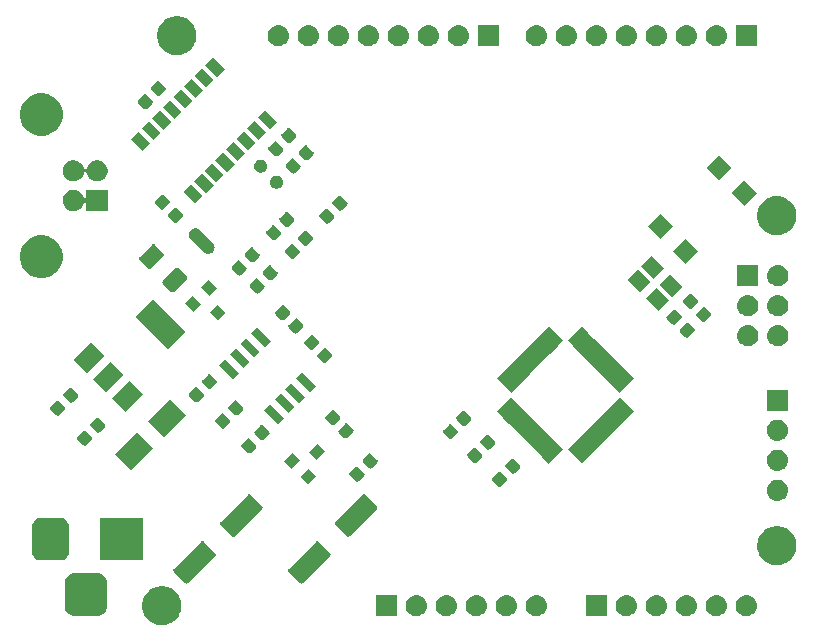
<source format=gbr>
G04 #@! TF.GenerationSoftware,KiCad,Pcbnew,(5.0.2)-1*
G04 #@! TF.CreationDate,2019-07-21T18:19:00-05:00*
G04 #@! TF.ProjectId,arduino_uno,61726475-696e-46f5-9f75-6e6f2e6b6963,rev?*
G04 #@! TF.SameCoordinates,Original*
G04 #@! TF.FileFunction,Soldermask,Top*
G04 #@! TF.FilePolarity,Negative*
%FSLAX46Y46*%
G04 Gerber Fmt 4.6, Leading zero omitted, Abs format (unit mm)*
G04 Created by KiCad (PCBNEW (5.0.2)-1) date 7/21/2019 6:19:00 PM*
%MOMM*%
%LPD*%
G01*
G04 APERTURE LIST*
%ADD10C,0.100000*%
G04 APERTURE END LIST*
D10*
G36*
X131196356Y-119228898D02*
X131302679Y-119250047D01*
X131603142Y-119374503D01*
X131869952Y-119552780D01*
X131873554Y-119555187D01*
X132103513Y-119785146D01*
X132103515Y-119785149D01*
X132284197Y-120055558D01*
X132398128Y-120330611D01*
X132408653Y-120356022D01*
X132472100Y-120674989D01*
X132472100Y-121000211D01*
X132466897Y-121026366D01*
X132408653Y-121319179D01*
X132320650Y-121531637D01*
X132297976Y-121586378D01*
X132284197Y-121619642D01*
X132240990Y-121684305D01*
X132103513Y-121890054D01*
X131873554Y-122120013D01*
X131873551Y-122120015D01*
X131603142Y-122300697D01*
X131302679Y-122425153D01*
X131196356Y-122446302D01*
X130983711Y-122488600D01*
X130658489Y-122488600D01*
X130445844Y-122446302D01*
X130339521Y-122425153D01*
X130039058Y-122300697D01*
X129768649Y-122120015D01*
X129768646Y-122120013D01*
X129538687Y-121890054D01*
X129401210Y-121684305D01*
X129358003Y-121619642D01*
X129344225Y-121586378D01*
X129321550Y-121531637D01*
X129233547Y-121319179D01*
X129175303Y-121026366D01*
X129170100Y-121000211D01*
X129170100Y-120674989D01*
X129233547Y-120356022D01*
X129244073Y-120330611D01*
X129358003Y-120055558D01*
X129538685Y-119785149D01*
X129538687Y-119785146D01*
X129768646Y-119555187D01*
X129772248Y-119552780D01*
X130039058Y-119374503D01*
X130339521Y-119250047D01*
X130445844Y-119228898D01*
X130658489Y-119186600D01*
X130983711Y-119186600D01*
X131196356Y-119228898D01*
X131196356Y-119228898D01*
G37*
G36*
X180421542Y-119939118D02*
X180487727Y-119945637D01*
X180600953Y-119979984D01*
X180657567Y-119997157D01*
X180796187Y-120071252D01*
X180814091Y-120080822D01*
X180849829Y-120110152D01*
X180951286Y-120193414D01*
X181034548Y-120294871D01*
X181063878Y-120330609D01*
X181063879Y-120330611D01*
X181147543Y-120487133D01*
X181147543Y-120487134D01*
X181199063Y-120656973D01*
X181216459Y-120833600D01*
X181199063Y-121010227D01*
X181194167Y-121026366D01*
X181147543Y-121180067D01*
X181145730Y-121183458D01*
X181063878Y-121336591D01*
X181034548Y-121372329D01*
X180951286Y-121473786D01*
X180859346Y-121549238D01*
X180814091Y-121586378D01*
X180814089Y-121586379D01*
X180657567Y-121670043D01*
X180600953Y-121687216D01*
X180487727Y-121721563D01*
X180421543Y-121728081D01*
X180355360Y-121734600D01*
X180266840Y-121734600D01*
X180200657Y-121728081D01*
X180134473Y-121721563D01*
X180021247Y-121687216D01*
X179964633Y-121670043D01*
X179808111Y-121586379D01*
X179808109Y-121586378D01*
X179762854Y-121549238D01*
X179670914Y-121473786D01*
X179587652Y-121372329D01*
X179558322Y-121336591D01*
X179476470Y-121183458D01*
X179474657Y-121180067D01*
X179428033Y-121026366D01*
X179423137Y-121010227D01*
X179405741Y-120833600D01*
X179423137Y-120656973D01*
X179474657Y-120487134D01*
X179474657Y-120487133D01*
X179558321Y-120330611D01*
X179558322Y-120330609D01*
X179587652Y-120294871D01*
X179670914Y-120193414D01*
X179772371Y-120110152D01*
X179808109Y-120080822D01*
X179826013Y-120071252D01*
X179964633Y-119997157D01*
X180021247Y-119979984D01*
X180134473Y-119945637D01*
X180200658Y-119939118D01*
X180266840Y-119932600D01*
X180355360Y-119932600D01*
X180421542Y-119939118D01*
X180421542Y-119939118D01*
G37*
G36*
X162641542Y-119939118D02*
X162707727Y-119945637D01*
X162820953Y-119979984D01*
X162877567Y-119997157D01*
X163016187Y-120071252D01*
X163034091Y-120080822D01*
X163069829Y-120110152D01*
X163171286Y-120193414D01*
X163254548Y-120294871D01*
X163283878Y-120330609D01*
X163283879Y-120330611D01*
X163367543Y-120487133D01*
X163367543Y-120487134D01*
X163419063Y-120656973D01*
X163436459Y-120833600D01*
X163419063Y-121010227D01*
X163414167Y-121026366D01*
X163367543Y-121180067D01*
X163365730Y-121183458D01*
X163283878Y-121336591D01*
X163254548Y-121372329D01*
X163171286Y-121473786D01*
X163079346Y-121549238D01*
X163034091Y-121586378D01*
X163034089Y-121586379D01*
X162877567Y-121670043D01*
X162820953Y-121687216D01*
X162707727Y-121721563D01*
X162641543Y-121728081D01*
X162575360Y-121734600D01*
X162486840Y-121734600D01*
X162420657Y-121728081D01*
X162354473Y-121721563D01*
X162241247Y-121687216D01*
X162184633Y-121670043D01*
X162028111Y-121586379D01*
X162028109Y-121586378D01*
X161982854Y-121549238D01*
X161890914Y-121473786D01*
X161807652Y-121372329D01*
X161778322Y-121336591D01*
X161696470Y-121183458D01*
X161694657Y-121180067D01*
X161648033Y-121026366D01*
X161643137Y-121010227D01*
X161625741Y-120833600D01*
X161643137Y-120656973D01*
X161694657Y-120487134D01*
X161694657Y-120487133D01*
X161778321Y-120330611D01*
X161778322Y-120330609D01*
X161807652Y-120294871D01*
X161890914Y-120193414D01*
X161992371Y-120110152D01*
X162028109Y-120080822D01*
X162046013Y-120071252D01*
X162184633Y-119997157D01*
X162241247Y-119979984D01*
X162354473Y-119945637D01*
X162420658Y-119939118D01*
X162486840Y-119932600D01*
X162575360Y-119932600D01*
X162641542Y-119939118D01*
X162641542Y-119939118D01*
G37*
G36*
X160101542Y-119939118D02*
X160167727Y-119945637D01*
X160280953Y-119979984D01*
X160337567Y-119997157D01*
X160476187Y-120071252D01*
X160494091Y-120080822D01*
X160529829Y-120110152D01*
X160631286Y-120193414D01*
X160714548Y-120294871D01*
X160743878Y-120330609D01*
X160743879Y-120330611D01*
X160827543Y-120487133D01*
X160827543Y-120487134D01*
X160879063Y-120656973D01*
X160896459Y-120833600D01*
X160879063Y-121010227D01*
X160874167Y-121026366D01*
X160827543Y-121180067D01*
X160825730Y-121183458D01*
X160743878Y-121336591D01*
X160714548Y-121372329D01*
X160631286Y-121473786D01*
X160539346Y-121549238D01*
X160494091Y-121586378D01*
X160494089Y-121586379D01*
X160337567Y-121670043D01*
X160280953Y-121687216D01*
X160167727Y-121721563D01*
X160101543Y-121728081D01*
X160035360Y-121734600D01*
X159946840Y-121734600D01*
X159880657Y-121728081D01*
X159814473Y-121721563D01*
X159701247Y-121687216D01*
X159644633Y-121670043D01*
X159488111Y-121586379D01*
X159488109Y-121586378D01*
X159442854Y-121549238D01*
X159350914Y-121473786D01*
X159267652Y-121372329D01*
X159238322Y-121336591D01*
X159156470Y-121183458D01*
X159154657Y-121180067D01*
X159108033Y-121026366D01*
X159103137Y-121010227D01*
X159085741Y-120833600D01*
X159103137Y-120656973D01*
X159154657Y-120487134D01*
X159154657Y-120487133D01*
X159238321Y-120330611D01*
X159238322Y-120330609D01*
X159267652Y-120294871D01*
X159350914Y-120193414D01*
X159452371Y-120110152D01*
X159488109Y-120080822D01*
X159506013Y-120071252D01*
X159644633Y-119997157D01*
X159701247Y-119979984D01*
X159814473Y-119945637D01*
X159880658Y-119939118D01*
X159946840Y-119932600D01*
X160035360Y-119932600D01*
X160101542Y-119939118D01*
X160101542Y-119939118D01*
G37*
G36*
X157561542Y-119939118D02*
X157627727Y-119945637D01*
X157740953Y-119979984D01*
X157797567Y-119997157D01*
X157936187Y-120071252D01*
X157954091Y-120080822D01*
X157989829Y-120110152D01*
X158091286Y-120193414D01*
X158174548Y-120294871D01*
X158203878Y-120330609D01*
X158203879Y-120330611D01*
X158287543Y-120487133D01*
X158287543Y-120487134D01*
X158339063Y-120656973D01*
X158356459Y-120833600D01*
X158339063Y-121010227D01*
X158334167Y-121026366D01*
X158287543Y-121180067D01*
X158285730Y-121183458D01*
X158203878Y-121336591D01*
X158174548Y-121372329D01*
X158091286Y-121473786D01*
X157999346Y-121549238D01*
X157954091Y-121586378D01*
X157954089Y-121586379D01*
X157797567Y-121670043D01*
X157740953Y-121687216D01*
X157627727Y-121721563D01*
X157561543Y-121728081D01*
X157495360Y-121734600D01*
X157406840Y-121734600D01*
X157340657Y-121728081D01*
X157274473Y-121721563D01*
X157161247Y-121687216D01*
X157104633Y-121670043D01*
X156948111Y-121586379D01*
X156948109Y-121586378D01*
X156902854Y-121549238D01*
X156810914Y-121473786D01*
X156727652Y-121372329D01*
X156698322Y-121336591D01*
X156616470Y-121183458D01*
X156614657Y-121180067D01*
X156568033Y-121026366D01*
X156563137Y-121010227D01*
X156545741Y-120833600D01*
X156563137Y-120656973D01*
X156614657Y-120487134D01*
X156614657Y-120487133D01*
X156698321Y-120330611D01*
X156698322Y-120330609D01*
X156727652Y-120294871D01*
X156810914Y-120193414D01*
X156912371Y-120110152D01*
X156948109Y-120080822D01*
X156966013Y-120071252D01*
X157104633Y-119997157D01*
X157161247Y-119979984D01*
X157274473Y-119945637D01*
X157340658Y-119939118D01*
X157406840Y-119932600D01*
X157495360Y-119932600D01*
X157561542Y-119939118D01*
X157561542Y-119939118D01*
G37*
G36*
X155021542Y-119939118D02*
X155087727Y-119945637D01*
X155200953Y-119979984D01*
X155257567Y-119997157D01*
X155396187Y-120071252D01*
X155414091Y-120080822D01*
X155449829Y-120110152D01*
X155551286Y-120193414D01*
X155634548Y-120294871D01*
X155663878Y-120330609D01*
X155663879Y-120330611D01*
X155747543Y-120487133D01*
X155747543Y-120487134D01*
X155799063Y-120656973D01*
X155816459Y-120833600D01*
X155799063Y-121010227D01*
X155794167Y-121026366D01*
X155747543Y-121180067D01*
X155745730Y-121183458D01*
X155663878Y-121336591D01*
X155634548Y-121372329D01*
X155551286Y-121473786D01*
X155459346Y-121549238D01*
X155414091Y-121586378D01*
X155414089Y-121586379D01*
X155257567Y-121670043D01*
X155200953Y-121687216D01*
X155087727Y-121721563D01*
X155021543Y-121728081D01*
X154955360Y-121734600D01*
X154866840Y-121734600D01*
X154800657Y-121728081D01*
X154734473Y-121721563D01*
X154621247Y-121687216D01*
X154564633Y-121670043D01*
X154408111Y-121586379D01*
X154408109Y-121586378D01*
X154362854Y-121549238D01*
X154270914Y-121473786D01*
X154187652Y-121372329D01*
X154158322Y-121336591D01*
X154076470Y-121183458D01*
X154074657Y-121180067D01*
X154028033Y-121026366D01*
X154023137Y-121010227D01*
X154005741Y-120833600D01*
X154023137Y-120656973D01*
X154074657Y-120487134D01*
X154074657Y-120487133D01*
X154158321Y-120330611D01*
X154158322Y-120330609D01*
X154187652Y-120294871D01*
X154270914Y-120193414D01*
X154372371Y-120110152D01*
X154408109Y-120080822D01*
X154426013Y-120071252D01*
X154564633Y-119997157D01*
X154621247Y-119979984D01*
X154734473Y-119945637D01*
X154800658Y-119939118D01*
X154866840Y-119932600D01*
X154955360Y-119932600D01*
X155021542Y-119939118D01*
X155021542Y-119939118D01*
G37*
G36*
X152481542Y-119939118D02*
X152547727Y-119945637D01*
X152660953Y-119979984D01*
X152717567Y-119997157D01*
X152856187Y-120071252D01*
X152874091Y-120080822D01*
X152909829Y-120110152D01*
X153011286Y-120193414D01*
X153094548Y-120294871D01*
X153123878Y-120330609D01*
X153123879Y-120330611D01*
X153207543Y-120487133D01*
X153207543Y-120487134D01*
X153259063Y-120656973D01*
X153276459Y-120833600D01*
X153259063Y-121010227D01*
X153254167Y-121026366D01*
X153207543Y-121180067D01*
X153205730Y-121183458D01*
X153123878Y-121336591D01*
X153094548Y-121372329D01*
X153011286Y-121473786D01*
X152919346Y-121549238D01*
X152874091Y-121586378D01*
X152874089Y-121586379D01*
X152717567Y-121670043D01*
X152660953Y-121687216D01*
X152547727Y-121721563D01*
X152481543Y-121728081D01*
X152415360Y-121734600D01*
X152326840Y-121734600D01*
X152260657Y-121728081D01*
X152194473Y-121721563D01*
X152081247Y-121687216D01*
X152024633Y-121670043D01*
X151868111Y-121586379D01*
X151868109Y-121586378D01*
X151822854Y-121549238D01*
X151730914Y-121473786D01*
X151647652Y-121372329D01*
X151618322Y-121336591D01*
X151536470Y-121183458D01*
X151534657Y-121180067D01*
X151488033Y-121026366D01*
X151483137Y-121010227D01*
X151465741Y-120833600D01*
X151483137Y-120656973D01*
X151534657Y-120487134D01*
X151534657Y-120487133D01*
X151618321Y-120330611D01*
X151618322Y-120330609D01*
X151647652Y-120294871D01*
X151730914Y-120193414D01*
X151832371Y-120110152D01*
X151868109Y-120080822D01*
X151886013Y-120071252D01*
X152024633Y-119997157D01*
X152081247Y-119979984D01*
X152194473Y-119945637D01*
X152260658Y-119939118D01*
X152326840Y-119932600D01*
X152415360Y-119932600D01*
X152481542Y-119939118D01*
X152481542Y-119939118D01*
G37*
G36*
X168512100Y-121734600D02*
X166710100Y-121734600D01*
X166710100Y-119932600D01*
X168512100Y-119932600D01*
X168512100Y-121734600D01*
X168512100Y-121734600D01*
G37*
G36*
X150732100Y-121734600D02*
X148930100Y-121734600D01*
X148930100Y-119932600D01*
X150732100Y-119932600D01*
X150732100Y-121734600D01*
X150732100Y-121734600D01*
G37*
G36*
X177881542Y-119939118D02*
X177947727Y-119945637D01*
X178060953Y-119979984D01*
X178117567Y-119997157D01*
X178256187Y-120071252D01*
X178274091Y-120080822D01*
X178309829Y-120110152D01*
X178411286Y-120193414D01*
X178494548Y-120294871D01*
X178523878Y-120330609D01*
X178523879Y-120330611D01*
X178607543Y-120487133D01*
X178607543Y-120487134D01*
X178659063Y-120656973D01*
X178676459Y-120833600D01*
X178659063Y-121010227D01*
X178654167Y-121026366D01*
X178607543Y-121180067D01*
X178605730Y-121183458D01*
X178523878Y-121336591D01*
X178494548Y-121372329D01*
X178411286Y-121473786D01*
X178319346Y-121549238D01*
X178274091Y-121586378D01*
X178274089Y-121586379D01*
X178117567Y-121670043D01*
X178060953Y-121687216D01*
X177947727Y-121721563D01*
X177881543Y-121728081D01*
X177815360Y-121734600D01*
X177726840Y-121734600D01*
X177660657Y-121728081D01*
X177594473Y-121721563D01*
X177481247Y-121687216D01*
X177424633Y-121670043D01*
X177268111Y-121586379D01*
X177268109Y-121586378D01*
X177222854Y-121549238D01*
X177130914Y-121473786D01*
X177047652Y-121372329D01*
X177018322Y-121336591D01*
X176936470Y-121183458D01*
X176934657Y-121180067D01*
X176888033Y-121026366D01*
X176883137Y-121010227D01*
X176865741Y-120833600D01*
X176883137Y-120656973D01*
X176934657Y-120487134D01*
X176934657Y-120487133D01*
X177018321Y-120330611D01*
X177018322Y-120330609D01*
X177047652Y-120294871D01*
X177130914Y-120193414D01*
X177232371Y-120110152D01*
X177268109Y-120080822D01*
X177286013Y-120071252D01*
X177424633Y-119997157D01*
X177481247Y-119979984D01*
X177594473Y-119945637D01*
X177660658Y-119939118D01*
X177726840Y-119932600D01*
X177815360Y-119932600D01*
X177881542Y-119939118D01*
X177881542Y-119939118D01*
G37*
G36*
X175341542Y-119939118D02*
X175407727Y-119945637D01*
X175520953Y-119979984D01*
X175577567Y-119997157D01*
X175716187Y-120071252D01*
X175734091Y-120080822D01*
X175769829Y-120110152D01*
X175871286Y-120193414D01*
X175954548Y-120294871D01*
X175983878Y-120330609D01*
X175983879Y-120330611D01*
X176067543Y-120487133D01*
X176067543Y-120487134D01*
X176119063Y-120656973D01*
X176136459Y-120833600D01*
X176119063Y-121010227D01*
X176114167Y-121026366D01*
X176067543Y-121180067D01*
X176065730Y-121183458D01*
X175983878Y-121336591D01*
X175954548Y-121372329D01*
X175871286Y-121473786D01*
X175779346Y-121549238D01*
X175734091Y-121586378D01*
X175734089Y-121586379D01*
X175577567Y-121670043D01*
X175520953Y-121687216D01*
X175407727Y-121721563D01*
X175341543Y-121728081D01*
X175275360Y-121734600D01*
X175186840Y-121734600D01*
X175120657Y-121728081D01*
X175054473Y-121721563D01*
X174941247Y-121687216D01*
X174884633Y-121670043D01*
X174728111Y-121586379D01*
X174728109Y-121586378D01*
X174682854Y-121549238D01*
X174590914Y-121473786D01*
X174507652Y-121372329D01*
X174478322Y-121336591D01*
X174396470Y-121183458D01*
X174394657Y-121180067D01*
X174348033Y-121026366D01*
X174343137Y-121010227D01*
X174325741Y-120833600D01*
X174343137Y-120656973D01*
X174394657Y-120487134D01*
X174394657Y-120487133D01*
X174478321Y-120330611D01*
X174478322Y-120330609D01*
X174507652Y-120294871D01*
X174590914Y-120193414D01*
X174692371Y-120110152D01*
X174728109Y-120080822D01*
X174746013Y-120071252D01*
X174884633Y-119997157D01*
X174941247Y-119979984D01*
X175054473Y-119945637D01*
X175120658Y-119939118D01*
X175186840Y-119932600D01*
X175275360Y-119932600D01*
X175341542Y-119939118D01*
X175341542Y-119939118D01*
G37*
G36*
X170261542Y-119939118D02*
X170327727Y-119945637D01*
X170440953Y-119979984D01*
X170497567Y-119997157D01*
X170636187Y-120071252D01*
X170654091Y-120080822D01*
X170689829Y-120110152D01*
X170791286Y-120193414D01*
X170874548Y-120294871D01*
X170903878Y-120330609D01*
X170903879Y-120330611D01*
X170987543Y-120487133D01*
X170987543Y-120487134D01*
X171039063Y-120656973D01*
X171056459Y-120833600D01*
X171039063Y-121010227D01*
X171034167Y-121026366D01*
X170987543Y-121180067D01*
X170985730Y-121183458D01*
X170903878Y-121336591D01*
X170874548Y-121372329D01*
X170791286Y-121473786D01*
X170699346Y-121549238D01*
X170654091Y-121586378D01*
X170654089Y-121586379D01*
X170497567Y-121670043D01*
X170440953Y-121687216D01*
X170327727Y-121721563D01*
X170261543Y-121728081D01*
X170195360Y-121734600D01*
X170106840Y-121734600D01*
X170040657Y-121728081D01*
X169974473Y-121721563D01*
X169861247Y-121687216D01*
X169804633Y-121670043D01*
X169648111Y-121586379D01*
X169648109Y-121586378D01*
X169602854Y-121549238D01*
X169510914Y-121473786D01*
X169427652Y-121372329D01*
X169398322Y-121336591D01*
X169316470Y-121183458D01*
X169314657Y-121180067D01*
X169268033Y-121026366D01*
X169263137Y-121010227D01*
X169245741Y-120833600D01*
X169263137Y-120656973D01*
X169314657Y-120487134D01*
X169314657Y-120487133D01*
X169398321Y-120330611D01*
X169398322Y-120330609D01*
X169427652Y-120294871D01*
X169510914Y-120193414D01*
X169612371Y-120110152D01*
X169648109Y-120080822D01*
X169666013Y-120071252D01*
X169804633Y-119997157D01*
X169861247Y-119979984D01*
X169974473Y-119945637D01*
X170040658Y-119939118D01*
X170106840Y-119932600D01*
X170195360Y-119932600D01*
X170261542Y-119939118D01*
X170261542Y-119939118D01*
G37*
G36*
X172801542Y-119939118D02*
X172867727Y-119945637D01*
X172980953Y-119979984D01*
X173037567Y-119997157D01*
X173176187Y-120071252D01*
X173194091Y-120080822D01*
X173229829Y-120110152D01*
X173331286Y-120193414D01*
X173414548Y-120294871D01*
X173443878Y-120330609D01*
X173443879Y-120330611D01*
X173527543Y-120487133D01*
X173527543Y-120487134D01*
X173579063Y-120656973D01*
X173596459Y-120833600D01*
X173579063Y-121010227D01*
X173574167Y-121026366D01*
X173527543Y-121180067D01*
X173525730Y-121183458D01*
X173443878Y-121336591D01*
X173414548Y-121372329D01*
X173331286Y-121473786D01*
X173239346Y-121549238D01*
X173194091Y-121586378D01*
X173194089Y-121586379D01*
X173037567Y-121670043D01*
X172980953Y-121687216D01*
X172867727Y-121721563D01*
X172801543Y-121728081D01*
X172735360Y-121734600D01*
X172646840Y-121734600D01*
X172580657Y-121728081D01*
X172514473Y-121721563D01*
X172401247Y-121687216D01*
X172344633Y-121670043D01*
X172188111Y-121586379D01*
X172188109Y-121586378D01*
X172142854Y-121549238D01*
X172050914Y-121473786D01*
X171967652Y-121372329D01*
X171938322Y-121336591D01*
X171856470Y-121183458D01*
X171854657Y-121180067D01*
X171808033Y-121026366D01*
X171803137Y-121010227D01*
X171785741Y-120833600D01*
X171803137Y-120656973D01*
X171854657Y-120487134D01*
X171854657Y-120487133D01*
X171938321Y-120330611D01*
X171938322Y-120330609D01*
X171967652Y-120294871D01*
X172050914Y-120193414D01*
X172152371Y-120110152D01*
X172188109Y-120080822D01*
X172206013Y-120071252D01*
X172344633Y-119997157D01*
X172401247Y-119979984D01*
X172514473Y-119945637D01*
X172580658Y-119939118D01*
X172646840Y-119932600D01*
X172735360Y-119932600D01*
X172801542Y-119939118D01*
X172801542Y-119939118D01*
G37*
G36*
X125526366Y-118115695D02*
X125683458Y-118163348D01*
X125828230Y-118240731D01*
X125955128Y-118344872D01*
X126059269Y-118471770D01*
X126136652Y-118616542D01*
X126184305Y-118773634D01*
X126201000Y-118943140D01*
X126201000Y-120856860D01*
X126184305Y-121026366D01*
X126136652Y-121183458D01*
X126059269Y-121328230D01*
X125955128Y-121455128D01*
X125828230Y-121559269D01*
X125683458Y-121636652D01*
X125526366Y-121684305D01*
X125356860Y-121701000D01*
X123443140Y-121701000D01*
X123273634Y-121684305D01*
X123116542Y-121636652D01*
X122971770Y-121559269D01*
X122844872Y-121455128D01*
X122740731Y-121328230D01*
X122663348Y-121183458D01*
X122615695Y-121026366D01*
X122599000Y-120856860D01*
X122599000Y-118943140D01*
X122615695Y-118773634D01*
X122663348Y-118616542D01*
X122740731Y-118471770D01*
X122844872Y-118344872D01*
X122971770Y-118240731D01*
X123116542Y-118163348D01*
X123273634Y-118115695D01*
X123443140Y-118099000D01*
X125356860Y-118099000D01*
X125526366Y-118115695D01*
X125526366Y-118115695D01*
G37*
G36*
X134299348Y-115372261D02*
X134333005Y-115382471D01*
X134364019Y-115399048D01*
X134395977Y-115425275D01*
X135336225Y-116365523D01*
X135362452Y-116397481D01*
X135379029Y-116428495D01*
X135389239Y-116462152D01*
X135392685Y-116497148D01*
X135389239Y-116532144D01*
X135379029Y-116565801D01*
X135362452Y-116596815D01*
X135336225Y-116628773D01*
X133052475Y-118912523D01*
X133020517Y-118938750D01*
X132989503Y-118955327D01*
X132955846Y-118965537D01*
X132920850Y-118968983D01*
X132885854Y-118965537D01*
X132852197Y-118955327D01*
X132821183Y-118938750D01*
X132789225Y-118912523D01*
X131848977Y-117972275D01*
X131822750Y-117940317D01*
X131806173Y-117909303D01*
X131795963Y-117875646D01*
X131792517Y-117840650D01*
X131795963Y-117805654D01*
X131806173Y-117771997D01*
X131822750Y-117740983D01*
X131848977Y-117709025D01*
X134132727Y-115425275D01*
X134164685Y-115399048D01*
X134195699Y-115382471D01*
X134229356Y-115372261D01*
X134264352Y-115368815D01*
X134299348Y-115372261D01*
X134299348Y-115372261D01*
G37*
G36*
X144014848Y-115372261D02*
X144048505Y-115382471D01*
X144079519Y-115399048D01*
X144111477Y-115425275D01*
X145051725Y-116365523D01*
X145077952Y-116397481D01*
X145094529Y-116428495D01*
X145104739Y-116462152D01*
X145108185Y-116497148D01*
X145104739Y-116532144D01*
X145094529Y-116565801D01*
X145077952Y-116596815D01*
X145051725Y-116628773D01*
X142767975Y-118912523D01*
X142736017Y-118938750D01*
X142705003Y-118955327D01*
X142671346Y-118965537D01*
X142636350Y-118968983D01*
X142601354Y-118965537D01*
X142567697Y-118955327D01*
X142536683Y-118938750D01*
X142504725Y-118912523D01*
X141564477Y-117972275D01*
X141538250Y-117940317D01*
X141521673Y-117909303D01*
X141511463Y-117875646D01*
X141508017Y-117840650D01*
X141511463Y-117805654D01*
X141521673Y-117771997D01*
X141538250Y-117740983D01*
X141564477Y-117709025D01*
X143848227Y-115425275D01*
X143880185Y-115399048D01*
X143911199Y-115382471D01*
X143944856Y-115372261D01*
X143979852Y-115368815D01*
X144014848Y-115372261D01*
X144014848Y-115372261D01*
G37*
G36*
X183266356Y-114148898D02*
X183372679Y-114170047D01*
X183673142Y-114294503D01*
X183939952Y-114472780D01*
X183943554Y-114475187D01*
X184173513Y-114705146D01*
X184173515Y-114705149D01*
X184349871Y-114969083D01*
X184354198Y-114975560D01*
X184478653Y-115276022D01*
X184508342Y-115425275D01*
X184542100Y-115594991D01*
X184542100Y-115920209D01*
X184478653Y-116239179D01*
X184421651Y-116376793D01*
X184354198Y-116539640D01*
X184173513Y-116810054D01*
X183943554Y-117040013D01*
X183943551Y-117040015D01*
X183673142Y-117220697D01*
X183372679Y-117345153D01*
X183266356Y-117366302D01*
X183053711Y-117408600D01*
X182728489Y-117408600D01*
X182515844Y-117366302D01*
X182409521Y-117345153D01*
X182109058Y-117220697D01*
X181838649Y-117040015D01*
X181838646Y-117040013D01*
X181608687Y-116810054D01*
X181428002Y-116539640D01*
X181360549Y-116376793D01*
X181303547Y-116239179D01*
X181240100Y-115920209D01*
X181240100Y-115594991D01*
X181273859Y-115425275D01*
X181303547Y-115276022D01*
X181428002Y-114975560D01*
X181432330Y-114969083D01*
X181608685Y-114705149D01*
X181608687Y-114705146D01*
X181838646Y-114475187D01*
X181842248Y-114472780D01*
X182109058Y-114294503D01*
X182409521Y-114170047D01*
X182515844Y-114148898D01*
X182728489Y-114106600D01*
X183053711Y-114106600D01*
X183266356Y-114148898D01*
X183266356Y-114148898D01*
G37*
G36*
X129201000Y-117001000D02*
X125599000Y-117001000D01*
X125599000Y-113399000D01*
X129201000Y-113399000D01*
X129201000Y-117001000D01*
X129201000Y-117001000D01*
G37*
G36*
X122376978Y-113413293D02*
X122510627Y-113453835D01*
X122633782Y-113519662D01*
X122741739Y-113608261D01*
X122830338Y-113716218D01*
X122896165Y-113839373D01*
X122936707Y-113973022D01*
X122951000Y-114118140D01*
X122951000Y-116281860D01*
X122936707Y-116426978D01*
X122896165Y-116560627D01*
X122830338Y-116683782D01*
X122741739Y-116791739D01*
X122633782Y-116880338D01*
X122510627Y-116946165D01*
X122376978Y-116986707D01*
X122231860Y-117001000D01*
X120568140Y-117001000D01*
X120423022Y-116986707D01*
X120289373Y-116946165D01*
X120166218Y-116880338D01*
X120058261Y-116791739D01*
X119969662Y-116683782D01*
X119903835Y-116560627D01*
X119863293Y-116426978D01*
X119849000Y-116281860D01*
X119849000Y-114118140D01*
X119863293Y-113973022D01*
X119903835Y-113839373D01*
X119969662Y-113716218D01*
X120058261Y-113608261D01*
X120166218Y-113519662D01*
X120289373Y-113453835D01*
X120423022Y-113413293D01*
X120568140Y-113399000D01*
X122231860Y-113399000D01*
X122376978Y-113413293D01*
X122376978Y-113413293D01*
G37*
G36*
X147974646Y-111412463D02*
X148008303Y-111422673D01*
X148039317Y-111439250D01*
X148071275Y-111465477D01*
X149011523Y-112405725D01*
X149037750Y-112437683D01*
X149054327Y-112468697D01*
X149064537Y-112502354D01*
X149067983Y-112537350D01*
X149064537Y-112572346D01*
X149054327Y-112606003D01*
X149037750Y-112637017D01*
X149011523Y-112668975D01*
X146727773Y-114952725D01*
X146695815Y-114978952D01*
X146664801Y-114995529D01*
X146631144Y-115005739D01*
X146596148Y-115009185D01*
X146561152Y-115005739D01*
X146527495Y-114995529D01*
X146496481Y-114978952D01*
X146464523Y-114952725D01*
X145524275Y-114012477D01*
X145498048Y-113980519D01*
X145481471Y-113949505D01*
X145471261Y-113915848D01*
X145467815Y-113880852D01*
X145471261Y-113845856D01*
X145481471Y-113812199D01*
X145498048Y-113781185D01*
X145524275Y-113749227D01*
X147808025Y-111465477D01*
X147839983Y-111439250D01*
X147870997Y-111422673D01*
X147904654Y-111412463D01*
X147939650Y-111409017D01*
X147974646Y-111412463D01*
X147974646Y-111412463D01*
G37*
G36*
X138259146Y-111412463D02*
X138292803Y-111422673D01*
X138323817Y-111439250D01*
X138355775Y-111465477D01*
X139296023Y-112405725D01*
X139322250Y-112437683D01*
X139338827Y-112468697D01*
X139349037Y-112502354D01*
X139352483Y-112537350D01*
X139349037Y-112572346D01*
X139338827Y-112606003D01*
X139322250Y-112637017D01*
X139296023Y-112668975D01*
X137012273Y-114952725D01*
X136980315Y-114978952D01*
X136949301Y-114995529D01*
X136915644Y-115005739D01*
X136880648Y-115009185D01*
X136845652Y-115005739D01*
X136811995Y-114995529D01*
X136780981Y-114978952D01*
X136749023Y-114952725D01*
X135808775Y-114012477D01*
X135782548Y-113980519D01*
X135765971Y-113949505D01*
X135755761Y-113915848D01*
X135752315Y-113880852D01*
X135755761Y-113845856D01*
X135765971Y-113812199D01*
X135782548Y-113781185D01*
X135808775Y-113749227D01*
X138092525Y-111465477D01*
X138124483Y-111439250D01*
X138155497Y-111422673D01*
X138189154Y-111412463D01*
X138224150Y-111409017D01*
X138259146Y-111412463D01*
X138259146Y-111412463D01*
G37*
G36*
X183053942Y-110167018D02*
X183120127Y-110173537D01*
X183224018Y-110205052D01*
X183289967Y-110225057D01*
X183410320Y-110289388D01*
X183446491Y-110308722D01*
X183480565Y-110336686D01*
X183583686Y-110421314D01*
X183666948Y-110522771D01*
X183696278Y-110558509D01*
X183696279Y-110558511D01*
X183779943Y-110715033D01*
X183779943Y-110715034D01*
X183831463Y-110884873D01*
X183848859Y-111061500D01*
X183831463Y-111238127D01*
X183797116Y-111351353D01*
X183779943Y-111407967D01*
X183736722Y-111488827D01*
X183696278Y-111564491D01*
X183666948Y-111600229D01*
X183583686Y-111701686D01*
X183482229Y-111784948D01*
X183446491Y-111814278D01*
X183446489Y-111814279D01*
X183289967Y-111897943D01*
X183233353Y-111915116D01*
X183120127Y-111949463D01*
X183053943Y-111955981D01*
X182987760Y-111962500D01*
X182899240Y-111962500D01*
X182833057Y-111955981D01*
X182766873Y-111949463D01*
X182653647Y-111915116D01*
X182597033Y-111897943D01*
X182440511Y-111814279D01*
X182440509Y-111814278D01*
X182404771Y-111784948D01*
X182303314Y-111701686D01*
X182220052Y-111600229D01*
X182190722Y-111564491D01*
X182150278Y-111488827D01*
X182107057Y-111407967D01*
X182089884Y-111351353D01*
X182055537Y-111238127D01*
X182038141Y-111061500D01*
X182055537Y-110884873D01*
X182107057Y-110715034D01*
X182107057Y-110715033D01*
X182190721Y-110558511D01*
X182190722Y-110558509D01*
X182220052Y-110522771D01*
X182303314Y-110421314D01*
X182406435Y-110336686D01*
X182440509Y-110308722D01*
X182476680Y-110289388D01*
X182597033Y-110225057D01*
X182662982Y-110205052D01*
X182766873Y-110173537D01*
X182833058Y-110167018D01*
X182899240Y-110160500D01*
X182987760Y-110160500D01*
X183053942Y-110167018D01*
X183053942Y-110167018D01*
G37*
G36*
X159423130Y-109505202D02*
X159457108Y-109515510D01*
X159488426Y-109532250D01*
X159520655Y-109558699D01*
X159998801Y-110036845D01*
X160025250Y-110069074D01*
X160041990Y-110100392D01*
X160052298Y-110134370D01*
X160055778Y-110169711D01*
X160052298Y-110205052D01*
X160041990Y-110239030D01*
X160025250Y-110270348D01*
X159998801Y-110302577D01*
X159573689Y-110727689D01*
X159541460Y-110754138D01*
X159510142Y-110770878D01*
X159476164Y-110781186D01*
X159440823Y-110784666D01*
X159405482Y-110781186D01*
X159371504Y-110770878D01*
X159340186Y-110754138D01*
X159307957Y-110727689D01*
X158829811Y-110249543D01*
X158803362Y-110217314D01*
X158786622Y-110185996D01*
X158776314Y-110152018D01*
X158772834Y-110116677D01*
X158776314Y-110081336D01*
X158786622Y-110047358D01*
X158803362Y-110016040D01*
X158829811Y-109983811D01*
X159254923Y-109558699D01*
X159287152Y-109532250D01*
X159318470Y-109515510D01*
X159352448Y-109505202D01*
X159387789Y-109501722D01*
X159423130Y-109505202D01*
X159423130Y-109505202D01*
G37*
G36*
X143893811Y-109865003D02*
X143185290Y-110573524D01*
X142547479Y-109935713D01*
X143256000Y-109227192D01*
X143893811Y-109865003D01*
X143893811Y-109865003D01*
G37*
G36*
X147358130Y-109060702D02*
X147392108Y-109071010D01*
X147423426Y-109087750D01*
X147455655Y-109114199D01*
X147933801Y-109592345D01*
X147960250Y-109624574D01*
X147976990Y-109655892D01*
X147987298Y-109689870D01*
X147990778Y-109725211D01*
X147987298Y-109760552D01*
X147976990Y-109794530D01*
X147960250Y-109825848D01*
X147933801Y-109858077D01*
X147508689Y-110283189D01*
X147476460Y-110309638D01*
X147445142Y-110326378D01*
X147411164Y-110336686D01*
X147375823Y-110340166D01*
X147340482Y-110336686D01*
X147306504Y-110326378D01*
X147275186Y-110309638D01*
X147242957Y-110283189D01*
X146764811Y-109805043D01*
X146738362Y-109772814D01*
X146721622Y-109741496D01*
X146711314Y-109707518D01*
X146707834Y-109672177D01*
X146711314Y-109636836D01*
X146721622Y-109602858D01*
X146738362Y-109571540D01*
X146764811Y-109539311D01*
X147189923Y-109114199D01*
X147222152Y-109087750D01*
X147253470Y-109071010D01*
X147287448Y-109060702D01*
X147322789Y-109057222D01*
X147358130Y-109060702D01*
X147358130Y-109060702D01*
G37*
G36*
X160536824Y-108391508D02*
X160570802Y-108401816D01*
X160602120Y-108418556D01*
X160634349Y-108445005D01*
X161112495Y-108923151D01*
X161138944Y-108955380D01*
X161155684Y-108986698D01*
X161165992Y-109020676D01*
X161169472Y-109056017D01*
X161165992Y-109091358D01*
X161155684Y-109125336D01*
X161138944Y-109156654D01*
X161112495Y-109188883D01*
X160687383Y-109613995D01*
X160655154Y-109640444D01*
X160623836Y-109657184D01*
X160589858Y-109667492D01*
X160554517Y-109670972D01*
X160519176Y-109667492D01*
X160485198Y-109657184D01*
X160453880Y-109640444D01*
X160421651Y-109613995D01*
X159943505Y-109135849D01*
X159917056Y-109103620D01*
X159900316Y-109072302D01*
X159890008Y-109038324D01*
X159886528Y-109002983D01*
X159890008Y-108967642D01*
X159900316Y-108933664D01*
X159917056Y-108902346D01*
X159943505Y-108870117D01*
X160368617Y-108445005D01*
X160400846Y-108418556D01*
X160432164Y-108401816D01*
X160466142Y-108391508D01*
X160501483Y-108388028D01*
X160536824Y-108391508D01*
X160536824Y-108391508D01*
G37*
G36*
X183053942Y-107627018D02*
X183120127Y-107633537D01*
X183233353Y-107667884D01*
X183289967Y-107685057D01*
X183428587Y-107759152D01*
X183446491Y-107768722D01*
X183473208Y-107790648D01*
X183583686Y-107881314D01*
X183659344Y-107973505D01*
X183696278Y-108018509D01*
X183696279Y-108018511D01*
X183779943Y-108175033D01*
X183783076Y-108185362D01*
X183831463Y-108344873D01*
X183848859Y-108521500D01*
X183831463Y-108698127D01*
X183797116Y-108811353D01*
X183779943Y-108867967D01*
X183733245Y-108955332D01*
X183696278Y-109024491D01*
X183684925Y-109038324D01*
X183583686Y-109161686D01*
X183500418Y-109230021D01*
X183446491Y-109274278D01*
X183446489Y-109274279D01*
X183289967Y-109357943D01*
X183253127Y-109369118D01*
X183120127Y-109409463D01*
X183053942Y-109415982D01*
X182987760Y-109422500D01*
X182899240Y-109422500D01*
X182833058Y-109415982D01*
X182766873Y-109409463D01*
X182633873Y-109369118D01*
X182597033Y-109357943D01*
X182440511Y-109274279D01*
X182440509Y-109274278D01*
X182386582Y-109230021D01*
X182303314Y-109161686D01*
X182202075Y-109038324D01*
X182190722Y-109024491D01*
X182153755Y-108955332D01*
X182107057Y-108867967D01*
X182089884Y-108811353D01*
X182055537Y-108698127D01*
X182038141Y-108521500D01*
X182055537Y-108344873D01*
X182103924Y-108185362D01*
X182107057Y-108175033D01*
X182190721Y-108018511D01*
X182190722Y-108018509D01*
X182227656Y-107973505D01*
X182303314Y-107881314D01*
X182413792Y-107790648D01*
X182440509Y-107768722D01*
X182458413Y-107759152D01*
X182597033Y-107685057D01*
X182653647Y-107667884D01*
X182766873Y-107633537D01*
X182833058Y-107627018D01*
X182899240Y-107620500D01*
X182987760Y-107620500D01*
X183053942Y-107627018D01*
X183053942Y-107627018D01*
G37*
G36*
X130035691Y-107529227D02*
X128195799Y-109369119D01*
X126850881Y-108024201D01*
X128690773Y-106184309D01*
X130035691Y-107529227D01*
X130035691Y-107529227D01*
G37*
G36*
X142550308Y-108521500D02*
X141841787Y-109230021D01*
X141203976Y-108592210D01*
X141912497Y-107883689D01*
X142550308Y-108521500D01*
X142550308Y-108521500D01*
G37*
G36*
X148471824Y-107947008D02*
X148505802Y-107957316D01*
X148537120Y-107974056D01*
X148569349Y-108000505D01*
X149047495Y-108478651D01*
X149073944Y-108510880D01*
X149090684Y-108542198D01*
X149100992Y-108576176D01*
X149104472Y-108611517D01*
X149100992Y-108646858D01*
X149090684Y-108680836D01*
X149073944Y-108712154D01*
X149047495Y-108744383D01*
X148622383Y-109169495D01*
X148590154Y-109195944D01*
X148558836Y-109212684D01*
X148524858Y-109222992D01*
X148489517Y-109226472D01*
X148454176Y-109222992D01*
X148420198Y-109212684D01*
X148388880Y-109195944D01*
X148356651Y-109169495D01*
X147878505Y-108691349D01*
X147852056Y-108659120D01*
X147835316Y-108627802D01*
X147825008Y-108593824D01*
X147821528Y-108558483D01*
X147825008Y-108523142D01*
X147835316Y-108489164D01*
X147852056Y-108457846D01*
X147878505Y-108425617D01*
X148303617Y-108000505D01*
X148335846Y-107974056D01*
X148367164Y-107957316D01*
X148401142Y-107947008D01*
X148436483Y-107943528D01*
X148471824Y-107947008D01*
X148471824Y-107947008D01*
G37*
G36*
X160863426Y-103670338D02*
X160863432Y-103670343D01*
X161501231Y-104308142D01*
X161501236Y-104308148D01*
X163691853Y-106498765D01*
X163691859Y-106498770D01*
X164329658Y-107136569D01*
X164329663Y-107136575D01*
X164806960Y-107613872D01*
X163603464Y-108817368D01*
X163054048Y-108267952D01*
X163054043Y-108267946D01*
X162560482Y-107774385D01*
X162560476Y-107774380D01*
X160225621Y-105439525D01*
X160225616Y-105439519D01*
X159732055Y-104945958D01*
X159732049Y-104945953D01*
X159182632Y-104396536D01*
X160386128Y-103193040D01*
X160863426Y-103670338D01*
X160863426Y-103670338D01*
G37*
G36*
X170817368Y-104396536D02*
X166396536Y-108817368D01*
X165193040Y-107613872D01*
X165654074Y-107152838D01*
X165670338Y-107136575D01*
X165670347Y-107136564D01*
X166308137Y-106498774D01*
X166308148Y-106498765D01*
X166324411Y-106482501D01*
X168482501Y-104324411D01*
X168498765Y-104308148D01*
X168498774Y-104308137D01*
X169136564Y-103670347D01*
X169136575Y-103670338D01*
X169152838Y-103654074D01*
X169613872Y-103193040D01*
X170817368Y-104396536D01*
X170817368Y-104396536D01*
G37*
G36*
X157327630Y-107473202D02*
X157361608Y-107483510D01*
X157392926Y-107500250D01*
X157425155Y-107526699D01*
X157903301Y-108004845D01*
X157929750Y-108037074D01*
X157946490Y-108068392D01*
X157956798Y-108102370D01*
X157960278Y-108137711D01*
X157956798Y-108173052D01*
X157946490Y-108207030D01*
X157929750Y-108238348D01*
X157903301Y-108270577D01*
X157478189Y-108695689D01*
X157445960Y-108722138D01*
X157414642Y-108738878D01*
X157380664Y-108749186D01*
X157345323Y-108752666D01*
X157309982Y-108749186D01*
X157276004Y-108738878D01*
X157244686Y-108722138D01*
X157212457Y-108695689D01*
X156734311Y-108217543D01*
X156707862Y-108185314D01*
X156691122Y-108153996D01*
X156680814Y-108120018D01*
X156677334Y-108084677D01*
X156680814Y-108049336D01*
X156691122Y-108015358D01*
X156707862Y-107984040D01*
X156734311Y-107951811D01*
X157159423Y-107526699D01*
X157191652Y-107500250D01*
X157222970Y-107483510D01*
X157256948Y-107473202D01*
X157292289Y-107469722D01*
X157327630Y-107473202D01*
X157327630Y-107473202D01*
G37*
G36*
X144636273Y-107779038D02*
X143927752Y-108487559D01*
X143289941Y-107849748D01*
X143998462Y-107141227D01*
X144636273Y-107779038D01*
X144636273Y-107779038D01*
G37*
G36*
X138199477Y-106662355D02*
X138233455Y-106672663D01*
X138264773Y-106689403D01*
X138297002Y-106715852D01*
X138775148Y-107193998D01*
X138801597Y-107226227D01*
X138818337Y-107257545D01*
X138828645Y-107291523D01*
X138832125Y-107326864D01*
X138828645Y-107362205D01*
X138818337Y-107396183D01*
X138801597Y-107427501D01*
X138775148Y-107459730D01*
X138350036Y-107884842D01*
X138317807Y-107911291D01*
X138286489Y-107928031D01*
X138252511Y-107938339D01*
X138217170Y-107941819D01*
X138181829Y-107938339D01*
X138147851Y-107928031D01*
X138116533Y-107911291D01*
X138084304Y-107884842D01*
X137606158Y-107406696D01*
X137579709Y-107374467D01*
X137562969Y-107343149D01*
X137552661Y-107309171D01*
X137549181Y-107273830D01*
X137552661Y-107238489D01*
X137562969Y-107204511D01*
X137579709Y-107173193D01*
X137606158Y-107140964D01*
X138031270Y-106715852D01*
X138063499Y-106689403D01*
X138094817Y-106672663D01*
X138128795Y-106662355D01*
X138164136Y-106658875D01*
X138199477Y-106662355D01*
X138199477Y-106662355D01*
G37*
G36*
X158441324Y-106359508D02*
X158475302Y-106369816D01*
X158506620Y-106386556D01*
X158538849Y-106413005D01*
X159016995Y-106891151D01*
X159043444Y-106923380D01*
X159060184Y-106954698D01*
X159070492Y-106988676D01*
X159073972Y-107024017D01*
X159070492Y-107059358D01*
X159060184Y-107093336D01*
X159043444Y-107124654D01*
X159016995Y-107156883D01*
X158591883Y-107581995D01*
X158559654Y-107608444D01*
X158528336Y-107625184D01*
X158494358Y-107635492D01*
X158459017Y-107638972D01*
X158423676Y-107635492D01*
X158389698Y-107625184D01*
X158358380Y-107608444D01*
X158326151Y-107581995D01*
X157848005Y-107103849D01*
X157821556Y-107071620D01*
X157804816Y-107040302D01*
X157794508Y-107006324D01*
X157791028Y-106970983D01*
X157794508Y-106935642D01*
X157804816Y-106901664D01*
X157821556Y-106870346D01*
X157848005Y-106838117D01*
X158273117Y-106413005D01*
X158305346Y-106386556D01*
X158336664Y-106369816D01*
X158370642Y-106359508D01*
X158405983Y-106356028D01*
X158441324Y-106359508D01*
X158441324Y-106359508D01*
G37*
G36*
X124292977Y-106027355D02*
X124326955Y-106037663D01*
X124358273Y-106054403D01*
X124390502Y-106080852D01*
X124868648Y-106558998D01*
X124895097Y-106591227D01*
X124911837Y-106622545D01*
X124922145Y-106656523D01*
X124925625Y-106691864D01*
X124922145Y-106727205D01*
X124911837Y-106761183D01*
X124895097Y-106792501D01*
X124868648Y-106824730D01*
X124443536Y-107249842D01*
X124411307Y-107276291D01*
X124379989Y-107293031D01*
X124346011Y-107303339D01*
X124310670Y-107306819D01*
X124275329Y-107303339D01*
X124241351Y-107293031D01*
X124210033Y-107276291D01*
X124177804Y-107249842D01*
X123699658Y-106771696D01*
X123673209Y-106739467D01*
X123656469Y-106708149D01*
X123646161Y-106674171D01*
X123642681Y-106638830D01*
X123646161Y-106603489D01*
X123656469Y-106569511D01*
X123673209Y-106538193D01*
X123699658Y-106505964D01*
X124124770Y-106080852D01*
X124156999Y-106054403D01*
X124188317Y-106037663D01*
X124222295Y-106027355D01*
X124257636Y-106023875D01*
X124292977Y-106027355D01*
X124292977Y-106027355D01*
G37*
G36*
X183032027Y-105084860D02*
X183120127Y-105093537D01*
X183193785Y-105115881D01*
X183289967Y-105145057D01*
X183385316Y-105196023D01*
X183446491Y-105228722D01*
X183449710Y-105231364D01*
X183583686Y-105341314D01*
X183647771Y-105419403D01*
X183696278Y-105478509D01*
X183696279Y-105478511D01*
X183779943Y-105635033D01*
X183783721Y-105647489D01*
X183831463Y-105804873D01*
X183848859Y-105981500D01*
X183831463Y-106158127D01*
X183806615Y-106240041D01*
X183779943Y-106327967D01*
X183729426Y-106422476D01*
X183696278Y-106484491D01*
X183678655Y-106505964D01*
X183583686Y-106621686D01*
X183482421Y-106704791D01*
X183446491Y-106734278D01*
X183446489Y-106734279D01*
X183289967Y-106817943D01*
X183233353Y-106835116D01*
X183120127Y-106869463D01*
X183053942Y-106875982D01*
X182987760Y-106882500D01*
X182899240Y-106882500D01*
X182833058Y-106875982D01*
X182766873Y-106869463D01*
X182653647Y-106835116D01*
X182597033Y-106817943D01*
X182440511Y-106734279D01*
X182440509Y-106734278D01*
X182404579Y-106704791D01*
X182303314Y-106621686D01*
X182208345Y-106505964D01*
X182190722Y-106484491D01*
X182157574Y-106422476D01*
X182107057Y-106327967D01*
X182080385Y-106240041D01*
X182055537Y-106158127D01*
X182038141Y-105981500D01*
X182055537Y-105804873D01*
X182103279Y-105647489D01*
X182107057Y-105635033D01*
X182190721Y-105478511D01*
X182190722Y-105478509D01*
X182239229Y-105419403D01*
X182303314Y-105341314D01*
X182437290Y-105231364D01*
X182440509Y-105228722D01*
X182501684Y-105196023D01*
X182597033Y-105145057D01*
X182693215Y-105115881D01*
X182766873Y-105093537D01*
X182854973Y-105084860D01*
X182899240Y-105080500D01*
X182987760Y-105080500D01*
X183032027Y-105084860D01*
X183032027Y-105084860D01*
G37*
G36*
X139313171Y-105548661D02*
X139347149Y-105558969D01*
X139378467Y-105575709D01*
X139410696Y-105602158D01*
X139888842Y-106080304D01*
X139915291Y-106112533D01*
X139932031Y-106143851D01*
X139942339Y-106177829D01*
X139945819Y-106213170D01*
X139942339Y-106248511D01*
X139932031Y-106282489D01*
X139915291Y-106313807D01*
X139888842Y-106346036D01*
X139463730Y-106771148D01*
X139431501Y-106797597D01*
X139400183Y-106814337D01*
X139366205Y-106824645D01*
X139330864Y-106828125D01*
X139295523Y-106824645D01*
X139261545Y-106814337D01*
X139230227Y-106797597D01*
X139197998Y-106771148D01*
X138719852Y-106293002D01*
X138693403Y-106260773D01*
X138676663Y-106229455D01*
X138666355Y-106195477D01*
X138662875Y-106160136D01*
X138666355Y-106124795D01*
X138676663Y-106090817D01*
X138693403Y-106059499D01*
X138719852Y-106027270D01*
X139144964Y-105602158D01*
X139177193Y-105575709D01*
X139208511Y-105558969D01*
X139242489Y-105548661D01*
X139277830Y-105545181D01*
X139313171Y-105548661D01*
X139313171Y-105548661D01*
G37*
G36*
X155280977Y-105455855D02*
X155314955Y-105466163D01*
X155346273Y-105482903D01*
X155378502Y-105509352D01*
X155856648Y-105987498D01*
X155883097Y-106019727D01*
X155899837Y-106051045D01*
X155910145Y-106085023D01*
X155913625Y-106120364D01*
X155910145Y-106155705D01*
X155899837Y-106189683D01*
X155883097Y-106221001D01*
X155856648Y-106253230D01*
X155431536Y-106678342D01*
X155399307Y-106704791D01*
X155367989Y-106721531D01*
X155334011Y-106731839D01*
X155298670Y-106735319D01*
X155263329Y-106731839D01*
X155229351Y-106721531D01*
X155198033Y-106704791D01*
X155165804Y-106678342D01*
X154687658Y-106200196D01*
X154661209Y-106167967D01*
X154644469Y-106136649D01*
X154634161Y-106102671D01*
X154630681Y-106067330D01*
X154634161Y-106031989D01*
X154644469Y-105998011D01*
X154661209Y-105966693D01*
X154687658Y-105934464D01*
X155112770Y-105509352D01*
X155144999Y-105482903D01*
X155176317Y-105466163D01*
X155210295Y-105455855D01*
X155245636Y-105452375D01*
X155280977Y-105455855D01*
X155280977Y-105455855D01*
G37*
G36*
X146478205Y-105392355D02*
X146512183Y-105402663D01*
X146543501Y-105419403D01*
X146575730Y-105445852D01*
X147000842Y-105870964D01*
X147027291Y-105903193D01*
X147044031Y-105934511D01*
X147054339Y-105968489D01*
X147057819Y-106003830D01*
X147054339Y-106039171D01*
X147044031Y-106073149D01*
X147027291Y-106104467D01*
X147000842Y-106136696D01*
X146522696Y-106614842D01*
X146490467Y-106641291D01*
X146459149Y-106658031D01*
X146425171Y-106668339D01*
X146389830Y-106671819D01*
X146354489Y-106668339D01*
X146320511Y-106658031D01*
X146289193Y-106641291D01*
X146256964Y-106614842D01*
X145831852Y-106189730D01*
X145805403Y-106157501D01*
X145788663Y-106126183D01*
X145778355Y-106092205D01*
X145774875Y-106056864D01*
X145778355Y-106021523D01*
X145788663Y-105987545D01*
X145805403Y-105956227D01*
X145831852Y-105923998D01*
X146309998Y-105445852D01*
X146342227Y-105419403D01*
X146373545Y-105402663D01*
X146407523Y-105392355D01*
X146442864Y-105388875D01*
X146478205Y-105392355D01*
X146478205Y-105392355D01*
G37*
G36*
X132864119Y-104700799D02*
X131024227Y-106540691D01*
X129679309Y-105195773D01*
X131519201Y-103355881D01*
X132864119Y-104700799D01*
X132864119Y-104700799D01*
G37*
G36*
X125406671Y-104913661D02*
X125440649Y-104923969D01*
X125471967Y-104940709D01*
X125504196Y-104967158D01*
X125982342Y-105445304D01*
X126008791Y-105477533D01*
X126025531Y-105508851D01*
X126035839Y-105542829D01*
X126039319Y-105578170D01*
X126035839Y-105613511D01*
X126025531Y-105647489D01*
X126008791Y-105678807D01*
X125982342Y-105711036D01*
X125557230Y-106136148D01*
X125525001Y-106162597D01*
X125493683Y-106179337D01*
X125459705Y-106189645D01*
X125424364Y-106193125D01*
X125389023Y-106189645D01*
X125355045Y-106179337D01*
X125323727Y-106162597D01*
X125291498Y-106136148D01*
X124813352Y-105658002D01*
X124786903Y-105625773D01*
X124770163Y-105594455D01*
X124759855Y-105560477D01*
X124756375Y-105525136D01*
X124759855Y-105489795D01*
X124770163Y-105455817D01*
X124786903Y-105424499D01*
X124813352Y-105392270D01*
X125238464Y-104967158D01*
X125270693Y-104940709D01*
X125302011Y-104923969D01*
X125335989Y-104913661D01*
X125371330Y-104910181D01*
X125406671Y-104913661D01*
X125406671Y-104913661D01*
G37*
G36*
X135976977Y-104566855D02*
X136010955Y-104577163D01*
X136042273Y-104593903D01*
X136074502Y-104620352D01*
X136552648Y-105098498D01*
X136579097Y-105130727D01*
X136595837Y-105162045D01*
X136606145Y-105196023D01*
X136609625Y-105231364D01*
X136606145Y-105266705D01*
X136595837Y-105300683D01*
X136579097Y-105332001D01*
X136552648Y-105364230D01*
X136127536Y-105789342D01*
X136095307Y-105815791D01*
X136063989Y-105832531D01*
X136030011Y-105842839D01*
X135994670Y-105846319D01*
X135959329Y-105842839D01*
X135925351Y-105832531D01*
X135894033Y-105815791D01*
X135861804Y-105789342D01*
X135383658Y-105311196D01*
X135357209Y-105278967D01*
X135340469Y-105247649D01*
X135330161Y-105213671D01*
X135326681Y-105178330D01*
X135330161Y-105142989D01*
X135340469Y-105109011D01*
X135357209Y-105077693D01*
X135383658Y-105045464D01*
X135808770Y-104620352D01*
X135840999Y-104593903D01*
X135872317Y-104577163D01*
X135906295Y-104566855D01*
X135941636Y-104563375D01*
X135976977Y-104566855D01*
X135976977Y-104566855D01*
G37*
G36*
X156394671Y-104342161D02*
X156428649Y-104352469D01*
X156459967Y-104369209D01*
X156492196Y-104395658D01*
X156970342Y-104873804D01*
X156996791Y-104906033D01*
X157013531Y-104937351D01*
X157023839Y-104971329D01*
X157027319Y-105006670D01*
X157023839Y-105042011D01*
X157013531Y-105075989D01*
X156996791Y-105107307D01*
X156970342Y-105139536D01*
X156545230Y-105564648D01*
X156513001Y-105591097D01*
X156481683Y-105607837D01*
X156447705Y-105618145D01*
X156412364Y-105621625D01*
X156377023Y-105618145D01*
X156343045Y-105607837D01*
X156311727Y-105591097D01*
X156279498Y-105564648D01*
X155801352Y-105086502D01*
X155774903Y-105054273D01*
X155758163Y-105022955D01*
X155747855Y-104988977D01*
X155744375Y-104953636D01*
X155747855Y-104918295D01*
X155758163Y-104884317D01*
X155774903Y-104852999D01*
X155801352Y-104820770D01*
X156226464Y-104395658D01*
X156258693Y-104369209D01*
X156290011Y-104352469D01*
X156323989Y-104342161D01*
X156359330Y-104338681D01*
X156394671Y-104342161D01*
X156394671Y-104342161D01*
G37*
G36*
X145364511Y-104278661D02*
X145398489Y-104288969D01*
X145429807Y-104305709D01*
X145462036Y-104332158D01*
X145887148Y-104757270D01*
X145913597Y-104789499D01*
X145930337Y-104820817D01*
X145940645Y-104854795D01*
X145944125Y-104890136D01*
X145940645Y-104925477D01*
X145930337Y-104959455D01*
X145913597Y-104990773D01*
X145887148Y-105023002D01*
X145409002Y-105501148D01*
X145376773Y-105527597D01*
X145345455Y-105544337D01*
X145311477Y-105554645D01*
X145276136Y-105558125D01*
X145240795Y-105554645D01*
X145206817Y-105544337D01*
X145175499Y-105527597D01*
X145143270Y-105501148D01*
X144718158Y-105076036D01*
X144691709Y-105043807D01*
X144674969Y-105012489D01*
X144664661Y-104978511D01*
X144661181Y-104943170D01*
X144664661Y-104907829D01*
X144674969Y-104873851D01*
X144691709Y-104842533D01*
X144718158Y-104810304D01*
X145196304Y-104332158D01*
X145228533Y-104305709D01*
X145259851Y-104288969D01*
X145293829Y-104278661D01*
X145329170Y-104275181D01*
X145364511Y-104278661D01*
X145364511Y-104278661D01*
G37*
G36*
X141157915Y-104938103D02*
X140661526Y-105434492D01*
X139493385Y-104266351D01*
X139989774Y-103769962D01*
X141157915Y-104938103D01*
X141157915Y-104938103D01*
G37*
G36*
X122006977Y-103487355D02*
X122040955Y-103497663D01*
X122072273Y-103514403D01*
X122104502Y-103540852D01*
X122582648Y-104018998D01*
X122609097Y-104051227D01*
X122625837Y-104082545D01*
X122636145Y-104116523D01*
X122639625Y-104151864D01*
X122636145Y-104187205D01*
X122625837Y-104221183D01*
X122609097Y-104252501D01*
X122582648Y-104284730D01*
X122157536Y-104709842D01*
X122125307Y-104736291D01*
X122093989Y-104753031D01*
X122060011Y-104763339D01*
X122024670Y-104766819D01*
X121989329Y-104763339D01*
X121955351Y-104753031D01*
X121924033Y-104736291D01*
X121891804Y-104709842D01*
X121413658Y-104231696D01*
X121387209Y-104199467D01*
X121370469Y-104168149D01*
X121360161Y-104134171D01*
X121356681Y-104098830D01*
X121360161Y-104063489D01*
X121370469Y-104029511D01*
X121387209Y-103998193D01*
X121413658Y-103965964D01*
X121838770Y-103540852D01*
X121870999Y-103514403D01*
X121902317Y-103497663D01*
X121936295Y-103487355D01*
X121971636Y-103483875D01*
X122006977Y-103487355D01*
X122006977Y-103487355D01*
G37*
G36*
X137090671Y-103453161D02*
X137124649Y-103463469D01*
X137155967Y-103480209D01*
X137188196Y-103506658D01*
X137666342Y-103984804D01*
X137692791Y-104017033D01*
X137709531Y-104048351D01*
X137719839Y-104082329D01*
X137723319Y-104117670D01*
X137719839Y-104153011D01*
X137709531Y-104186989D01*
X137692791Y-104218307D01*
X137666342Y-104250536D01*
X137241230Y-104675648D01*
X137209001Y-104702097D01*
X137177683Y-104718837D01*
X137143705Y-104729145D01*
X137108364Y-104732625D01*
X137073023Y-104729145D01*
X137039045Y-104718837D01*
X137007727Y-104702097D01*
X136975498Y-104675648D01*
X136497352Y-104197502D01*
X136470903Y-104165273D01*
X136454163Y-104133955D01*
X136443855Y-104099977D01*
X136440375Y-104064636D01*
X136443855Y-104029295D01*
X136454163Y-103995317D01*
X136470903Y-103963999D01*
X136497352Y-103931770D01*
X136922464Y-103506658D01*
X136954693Y-103480209D01*
X136986011Y-103463469D01*
X137019989Y-103453161D01*
X137055330Y-103449681D01*
X137090671Y-103453161D01*
X137090671Y-103453161D01*
G37*
G36*
X142055941Y-104040077D02*
X141559552Y-104536466D01*
X140391411Y-103368325D01*
X140887800Y-102871936D01*
X142055941Y-104040077D01*
X142055941Y-104040077D01*
G37*
G36*
X129208521Y-102926955D02*
X127722182Y-104413294D01*
X126589397Y-103280509D01*
X128075736Y-101794170D01*
X129208521Y-102926955D01*
X129208521Y-102926955D01*
G37*
G36*
X183844500Y-104342500D02*
X182042500Y-104342500D01*
X182042500Y-102540500D01*
X183844500Y-102540500D01*
X183844500Y-104342500D01*
X183844500Y-104342500D01*
G37*
G36*
X123120671Y-102373661D02*
X123154649Y-102383969D01*
X123185967Y-102400709D01*
X123218196Y-102427158D01*
X123696342Y-102905304D01*
X123722791Y-102937533D01*
X123739531Y-102968851D01*
X123749839Y-103002829D01*
X123753319Y-103038170D01*
X123749839Y-103073511D01*
X123739531Y-103107489D01*
X123722791Y-103138807D01*
X123696342Y-103171036D01*
X123271230Y-103596148D01*
X123239001Y-103622597D01*
X123207683Y-103639337D01*
X123173705Y-103649645D01*
X123138364Y-103653125D01*
X123103023Y-103649645D01*
X123069045Y-103639337D01*
X123037727Y-103622597D01*
X123005498Y-103596148D01*
X122527352Y-103118002D01*
X122500903Y-103085773D01*
X122484163Y-103054455D01*
X122473855Y-103020477D01*
X122470375Y-102985136D01*
X122473855Y-102949795D01*
X122484163Y-102915817D01*
X122500903Y-102884499D01*
X122527352Y-102852270D01*
X122952464Y-102427158D01*
X122984693Y-102400709D01*
X123016011Y-102383969D01*
X123049989Y-102373661D01*
X123085330Y-102370181D01*
X123120671Y-102373661D01*
X123120671Y-102373661D01*
G37*
G36*
X142953966Y-103142052D02*
X142457577Y-103638441D01*
X141289436Y-102470300D01*
X141785825Y-101973911D01*
X142953966Y-103142052D01*
X142953966Y-103142052D01*
G37*
G36*
X133754477Y-102344355D02*
X133788455Y-102354663D01*
X133819773Y-102371403D01*
X133852002Y-102397852D01*
X134330148Y-102875998D01*
X134356597Y-102908227D01*
X134373337Y-102939545D01*
X134383645Y-102973523D01*
X134387125Y-103008864D01*
X134383645Y-103044205D01*
X134373337Y-103078183D01*
X134356597Y-103109501D01*
X134330148Y-103141730D01*
X133905036Y-103566842D01*
X133872807Y-103593291D01*
X133841489Y-103610031D01*
X133807511Y-103620339D01*
X133772170Y-103623819D01*
X133736829Y-103620339D01*
X133702851Y-103610031D01*
X133671533Y-103593291D01*
X133639304Y-103566842D01*
X133161158Y-103088696D01*
X133134709Y-103056467D01*
X133117969Y-103025149D01*
X133107661Y-102991171D01*
X133104181Y-102955830D01*
X133107661Y-102920489D01*
X133117969Y-102886511D01*
X133134709Y-102855193D01*
X133161158Y-102822964D01*
X133586270Y-102397852D01*
X133618499Y-102371403D01*
X133649817Y-102354663D01*
X133683795Y-102344355D01*
X133719136Y-102340875D01*
X133754477Y-102344355D01*
X133754477Y-102344355D01*
G37*
G36*
X166945953Y-97732049D02*
X166945958Y-97732055D01*
X167439519Y-98225616D01*
X167439525Y-98225621D01*
X169774380Y-100560476D01*
X169774385Y-100560482D01*
X170267946Y-101054043D01*
X170267952Y-101054048D01*
X170817368Y-101603464D01*
X169613872Y-102806960D01*
X169136575Y-102329663D01*
X169136569Y-102329658D01*
X168498770Y-101691859D01*
X168498765Y-101691853D01*
X166308148Y-99501236D01*
X166308142Y-99501231D01*
X165670343Y-98863432D01*
X165670338Y-98863426D01*
X165193040Y-98386128D01*
X166396536Y-97182632D01*
X166945953Y-97732049D01*
X166945953Y-97732049D01*
G37*
G36*
X164806960Y-98386128D02*
X164329663Y-98863426D01*
X163691853Y-99501236D01*
X163126167Y-100066921D01*
X161994796Y-101198292D01*
X161501236Y-101691853D01*
X160863426Y-102329663D01*
X160386128Y-102806960D01*
X159182632Y-101603464D01*
X159732044Y-101054052D01*
X159732055Y-101054043D01*
X159748319Y-101037780D01*
X159748318Y-101037779D01*
X160209352Y-100576745D01*
X160209353Y-100576746D01*
X160225616Y-100560482D01*
X160225625Y-100560471D01*
X162560471Y-98225625D01*
X162560482Y-98225616D01*
X162576746Y-98209353D01*
X162576745Y-98209352D01*
X163037779Y-97748318D01*
X163037780Y-97748319D01*
X163054043Y-97732055D01*
X163054052Y-97732044D01*
X163603464Y-97182632D01*
X164806960Y-98386128D01*
X164806960Y-98386128D01*
G37*
G36*
X127582176Y-101300609D02*
X126095837Y-102786948D01*
X124963052Y-101654163D01*
X126449391Y-100167824D01*
X127582176Y-101300609D01*
X127582176Y-101300609D01*
G37*
G36*
X143851992Y-102244026D02*
X143355603Y-102740415D01*
X142187462Y-101572274D01*
X142683851Y-101075885D01*
X143851992Y-102244026D01*
X143851992Y-102244026D01*
G37*
G36*
X134868171Y-101230661D02*
X134902149Y-101240969D01*
X134933467Y-101257709D01*
X134965696Y-101284158D01*
X135443842Y-101762304D01*
X135470291Y-101794533D01*
X135487031Y-101825851D01*
X135497339Y-101859829D01*
X135500819Y-101895170D01*
X135497339Y-101930511D01*
X135487031Y-101964489D01*
X135470291Y-101995807D01*
X135443842Y-102028036D01*
X135018730Y-102453148D01*
X134986501Y-102479597D01*
X134955183Y-102496337D01*
X134921205Y-102506645D01*
X134885864Y-102510125D01*
X134850523Y-102506645D01*
X134816545Y-102496337D01*
X134785227Y-102479597D01*
X134752998Y-102453148D01*
X134274852Y-101975002D01*
X134248403Y-101942773D01*
X134231663Y-101911455D01*
X134221355Y-101877477D01*
X134217875Y-101842136D01*
X134221355Y-101806795D01*
X134231663Y-101772817D01*
X134248403Y-101741499D01*
X134274852Y-101709270D01*
X134699964Y-101284158D01*
X134732193Y-101257709D01*
X134763511Y-101240969D01*
X134797489Y-101230661D01*
X134832830Y-101227181D01*
X134868171Y-101230661D01*
X134868171Y-101230661D01*
G37*
G36*
X137339538Y-101119726D02*
X136843149Y-101616115D01*
X135675008Y-100447974D01*
X136171397Y-99951585D01*
X137339538Y-101119726D01*
X137339538Y-101119726D01*
G37*
G36*
X125955830Y-99674264D02*
X124469491Y-101160603D01*
X123336706Y-100027818D01*
X124823045Y-98541479D01*
X125955830Y-99674264D01*
X125955830Y-99674264D01*
G37*
G36*
X138237564Y-100221700D02*
X137741175Y-100718089D01*
X136573034Y-99549948D01*
X137069423Y-99053559D01*
X138237564Y-100221700D01*
X138237564Y-100221700D01*
G37*
G36*
X144685552Y-99027702D02*
X144719530Y-99038010D01*
X144750848Y-99054750D01*
X144783077Y-99081199D01*
X145208189Y-99506311D01*
X145234638Y-99538540D01*
X145251378Y-99569858D01*
X145261686Y-99603836D01*
X145265166Y-99639177D01*
X145261686Y-99674518D01*
X145251378Y-99708496D01*
X145234638Y-99739814D01*
X145208189Y-99772043D01*
X144730043Y-100250189D01*
X144697814Y-100276638D01*
X144666496Y-100293378D01*
X144632518Y-100303686D01*
X144597177Y-100307166D01*
X144561836Y-100303686D01*
X144527858Y-100293378D01*
X144496540Y-100276638D01*
X144464311Y-100250189D01*
X144039199Y-99825077D01*
X144012750Y-99792848D01*
X143996010Y-99761530D01*
X143985702Y-99727552D01*
X143982222Y-99692211D01*
X143985702Y-99656870D01*
X143996010Y-99622892D01*
X144012750Y-99591574D01*
X144039199Y-99559345D01*
X144517345Y-99081199D01*
X144549574Y-99054750D01*
X144580892Y-99038010D01*
X144614870Y-99027702D01*
X144650211Y-99024222D01*
X144685552Y-99027702D01*
X144685552Y-99027702D01*
G37*
G36*
X139135589Y-99323675D02*
X138639200Y-99820064D01*
X137471059Y-98651923D01*
X137967448Y-98155534D01*
X139135589Y-99323675D01*
X139135589Y-99323675D01*
G37*
G36*
X143571858Y-97914008D02*
X143605836Y-97924316D01*
X143637154Y-97941056D01*
X143669383Y-97967505D01*
X144094495Y-98392617D01*
X144120944Y-98424846D01*
X144137684Y-98456164D01*
X144147992Y-98490142D01*
X144151472Y-98525483D01*
X144147992Y-98560824D01*
X144137684Y-98594802D01*
X144120944Y-98626120D01*
X144094495Y-98658349D01*
X143616349Y-99136495D01*
X143584120Y-99162944D01*
X143552802Y-99179684D01*
X143518824Y-99189992D01*
X143483483Y-99193472D01*
X143448142Y-99189992D01*
X143414164Y-99179684D01*
X143382846Y-99162944D01*
X143350617Y-99136495D01*
X142925505Y-98711383D01*
X142899056Y-98679154D01*
X142882316Y-98647836D01*
X142872008Y-98613858D01*
X142868528Y-98578517D01*
X142872008Y-98543176D01*
X142882316Y-98509198D01*
X142899056Y-98477880D01*
X142925505Y-98445651D01*
X143403651Y-97967505D01*
X143435880Y-97941056D01*
X143467198Y-97924316D01*
X143501176Y-97914008D01*
X143536517Y-97910528D01*
X143571858Y-97914008D01*
X143571858Y-97914008D01*
G37*
G36*
X132850121Y-97659010D02*
X131363782Y-99145349D01*
X128604651Y-96386218D01*
X130090990Y-94899879D01*
X132850121Y-97659010D01*
X132850121Y-97659010D01*
G37*
G36*
X140033615Y-98425649D02*
X139537226Y-98922038D01*
X138369085Y-97753897D01*
X138865474Y-97257508D01*
X140033615Y-98425649D01*
X140033615Y-98425649D01*
G37*
G36*
X180548543Y-97079119D02*
X180614727Y-97085637D01*
X180702287Y-97112198D01*
X180784567Y-97137157D01*
X180867557Y-97181517D01*
X180941091Y-97220822D01*
X180976829Y-97250152D01*
X181078286Y-97333414D01*
X181142915Y-97412166D01*
X181190878Y-97470609D01*
X181190879Y-97470611D01*
X181274543Y-97627133D01*
X181286800Y-97667541D01*
X181326063Y-97796973D01*
X181343459Y-97973600D01*
X181326063Y-98150227D01*
X181303191Y-98225625D01*
X181274543Y-98320067D01*
X181218107Y-98425649D01*
X181190878Y-98476591D01*
X181189820Y-98477880D01*
X181078286Y-98613786D01*
X180976829Y-98697048D01*
X180941091Y-98726378D01*
X180941089Y-98726379D01*
X180784567Y-98810043D01*
X180727953Y-98827216D01*
X180614727Y-98861563D01*
X180548542Y-98868082D01*
X180482360Y-98874600D01*
X180393840Y-98874600D01*
X180327658Y-98868082D01*
X180261473Y-98861563D01*
X180148247Y-98827216D01*
X180091633Y-98810043D01*
X179935111Y-98726379D01*
X179935109Y-98726378D01*
X179899371Y-98697048D01*
X179797914Y-98613786D01*
X179686380Y-98477880D01*
X179685322Y-98476591D01*
X179658093Y-98425649D01*
X179601657Y-98320067D01*
X179573009Y-98225625D01*
X179550137Y-98150227D01*
X179532741Y-97973600D01*
X179550137Y-97796973D01*
X179589400Y-97667541D01*
X179601657Y-97627133D01*
X179685321Y-97470611D01*
X179685322Y-97470609D01*
X179733285Y-97412166D01*
X179797914Y-97333414D01*
X179899371Y-97250152D01*
X179935109Y-97220822D01*
X180008643Y-97181517D01*
X180091633Y-97137157D01*
X180173913Y-97112198D01*
X180261473Y-97085637D01*
X180327657Y-97079119D01*
X180393840Y-97072600D01*
X180482360Y-97072600D01*
X180548543Y-97079119D01*
X180548543Y-97079119D01*
G37*
G36*
X183088543Y-97079119D02*
X183154727Y-97085637D01*
X183242287Y-97112198D01*
X183324567Y-97137157D01*
X183407557Y-97181517D01*
X183481091Y-97220822D01*
X183516829Y-97250152D01*
X183618286Y-97333414D01*
X183682915Y-97412166D01*
X183730878Y-97470609D01*
X183730879Y-97470611D01*
X183814543Y-97627133D01*
X183826800Y-97667541D01*
X183866063Y-97796973D01*
X183883459Y-97973600D01*
X183866063Y-98150227D01*
X183843191Y-98225625D01*
X183814543Y-98320067D01*
X183758107Y-98425649D01*
X183730878Y-98476591D01*
X183729820Y-98477880D01*
X183618286Y-98613786D01*
X183516829Y-98697048D01*
X183481091Y-98726378D01*
X183481089Y-98726379D01*
X183324567Y-98810043D01*
X183267953Y-98827216D01*
X183154727Y-98861563D01*
X183088542Y-98868082D01*
X183022360Y-98874600D01*
X182933840Y-98874600D01*
X182867658Y-98868082D01*
X182801473Y-98861563D01*
X182688247Y-98827216D01*
X182631633Y-98810043D01*
X182475111Y-98726379D01*
X182475109Y-98726378D01*
X182439371Y-98697048D01*
X182337914Y-98613786D01*
X182226380Y-98477880D01*
X182225322Y-98476591D01*
X182198093Y-98425649D01*
X182141657Y-98320067D01*
X182113009Y-98225625D01*
X182090137Y-98150227D01*
X182072741Y-97973600D01*
X182090137Y-97796973D01*
X182129400Y-97667541D01*
X182141657Y-97627133D01*
X182225321Y-97470611D01*
X182225322Y-97470609D01*
X182273285Y-97412166D01*
X182337914Y-97333414D01*
X182439371Y-97250152D01*
X182475109Y-97220822D01*
X182548643Y-97181517D01*
X182631633Y-97137157D01*
X182713913Y-97112198D01*
X182801473Y-97085637D01*
X182867657Y-97079119D01*
X182933840Y-97072600D01*
X183022360Y-97072600D01*
X183088543Y-97079119D01*
X183088543Y-97079119D01*
G37*
G36*
X175370705Y-96883355D02*
X175404683Y-96893663D01*
X175436001Y-96910403D01*
X175468230Y-96936852D01*
X175893342Y-97361964D01*
X175919791Y-97394193D01*
X175936531Y-97425511D01*
X175946839Y-97459489D01*
X175950319Y-97494830D01*
X175946839Y-97530171D01*
X175936531Y-97564149D01*
X175919791Y-97595467D01*
X175893342Y-97627696D01*
X175415196Y-98105842D01*
X175382967Y-98132291D01*
X175351649Y-98149031D01*
X175317671Y-98159339D01*
X175282330Y-98162819D01*
X175246989Y-98159339D01*
X175213011Y-98149031D01*
X175181693Y-98132291D01*
X175149464Y-98105842D01*
X174724352Y-97680730D01*
X174697903Y-97648501D01*
X174681163Y-97617183D01*
X174670855Y-97583205D01*
X174667375Y-97547864D01*
X174670855Y-97512523D01*
X174681163Y-97478545D01*
X174697903Y-97447227D01*
X174724352Y-97414998D01*
X175202498Y-96936852D01*
X175234727Y-96910403D01*
X175266045Y-96893663D01*
X175300023Y-96883355D01*
X175335364Y-96879875D01*
X175370705Y-96883355D01*
X175370705Y-96883355D01*
G37*
G36*
X142238358Y-96517008D02*
X142272336Y-96527316D01*
X142303654Y-96544056D01*
X142335883Y-96570505D01*
X142760995Y-96995617D01*
X142787444Y-97027846D01*
X142804184Y-97059164D01*
X142814492Y-97093142D01*
X142817972Y-97128483D01*
X142814492Y-97163824D01*
X142804184Y-97197802D01*
X142787444Y-97229120D01*
X142760995Y-97261349D01*
X142282849Y-97739495D01*
X142250620Y-97765944D01*
X142219302Y-97782684D01*
X142185324Y-97792992D01*
X142149983Y-97796472D01*
X142114642Y-97792992D01*
X142080664Y-97782684D01*
X142049346Y-97765944D01*
X142017117Y-97739495D01*
X141592005Y-97314383D01*
X141565556Y-97282154D01*
X141548816Y-97250836D01*
X141538508Y-97216858D01*
X141535028Y-97181517D01*
X141538508Y-97146176D01*
X141548816Y-97112198D01*
X141565556Y-97080880D01*
X141592005Y-97048651D01*
X142070151Y-96570505D01*
X142102380Y-96544056D01*
X142133698Y-96527316D01*
X142167676Y-96517008D01*
X142203017Y-96513528D01*
X142238358Y-96517008D01*
X142238358Y-96517008D01*
G37*
G36*
X174257011Y-95769661D02*
X174290989Y-95779969D01*
X174322307Y-95796709D01*
X174354536Y-95823158D01*
X174779648Y-96248270D01*
X174806097Y-96280499D01*
X174822837Y-96311817D01*
X174833145Y-96345795D01*
X174836625Y-96381136D01*
X174833145Y-96416477D01*
X174822837Y-96450455D01*
X174806097Y-96481773D01*
X174779648Y-96514002D01*
X174301502Y-96992148D01*
X174269273Y-97018597D01*
X174237955Y-97035337D01*
X174203977Y-97045645D01*
X174168636Y-97049125D01*
X174133295Y-97045645D01*
X174099317Y-97035337D01*
X174067999Y-97018597D01*
X174035770Y-96992148D01*
X173610658Y-96567036D01*
X173584209Y-96534807D01*
X173567469Y-96503489D01*
X173557161Y-96469511D01*
X173553681Y-96434170D01*
X173557161Y-96398829D01*
X173567469Y-96364851D01*
X173584209Y-96333533D01*
X173610658Y-96301304D01*
X174088804Y-95823158D01*
X174121033Y-95796709D01*
X174152351Y-95779969D01*
X174186329Y-95769661D01*
X174221670Y-95766181D01*
X174257011Y-95769661D01*
X174257011Y-95769661D01*
G37*
G36*
X176767705Y-95549855D02*
X176801683Y-95560163D01*
X176833001Y-95576903D01*
X176865230Y-95603352D01*
X177290342Y-96028464D01*
X177316791Y-96060693D01*
X177333531Y-96092011D01*
X177343839Y-96125989D01*
X177347319Y-96161330D01*
X177343839Y-96196671D01*
X177333531Y-96230649D01*
X177316791Y-96261967D01*
X177290342Y-96294196D01*
X176812196Y-96772342D01*
X176779967Y-96798791D01*
X176748649Y-96815531D01*
X176714671Y-96825839D01*
X176679330Y-96829319D01*
X176643989Y-96825839D01*
X176610011Y-96815531D01*
X176578693Y-96798791D01*
X176546464Y-96772342D01*
X176121352Y-96347230D01*
X176094903Y-96315001D01*
X176078163Y-96283683D01*
X176067855Y-96249705D01*
X176064375Y-96214364D01*
X176067855Y-96179023D01*
X176078163Y-96145045D01*
X176094903Y-96113727D01*
X176121352Y-96081498D01*
X176599498Y-95603352D01*
X176631727Y-95576903D01*
X176663045Y-95560163D01*
X176697023Y-95549855D01*
X176732364Y-95546375D01*
X176767705Y-95549855D01*
X176767705Y-95549855D01*
G37*
G36*
X136254273Y-96055962D02*
X135616462Y-96693773D01*
X134907941Y-95985252D01*
X135545752Y-95347441D01*
X136254273Y-96055962D01*
X136254273Y-96055962D01*
G37*
G36*
X141124664Y-95403314D02*
X141158642Y-95413622D01*
X141189960Y-95430362D01*
X141222189Y-95456811D01*
X141647301Y-95881923D01*
X141673750Y-95914152D01*
X141690490Y-95945470D01*
X141700798Y-95979448D01*
X141704278Y-96014789D01*
X141700798Y-96050130D01*
X141690490Y-96084108D01*
X141673750Y-96115426D01*
X141647301Y-96147655D01*
X141169155Y-96625801D01*
X141136926Y-96652250D01*
X141105608Y-96668990D01*
X141071630Y-96679298D01*
X141036289Y-96682778D01*
X141000948Y-96679298D01*
X140966970Y-96668990D01*
X140935652Y-96652250D01*
X140903423Y-96625801D01*
X140478311Y-96200689D01*
X140451862Y-96168460D01*
X140435122Y-96137142D01*
X140424814Y-96103164D01*
X140421334Y-96067823D01*
X140424814Y-96032482D01*
X140435122Y-95998504D01*
X140451862Y-95967186D01*
X140478311Y-95934957D01*
X140956457Y-95456811D01*
X140988686Y-95430362D01*
X141020004Y-95413622D01*
X141053982Y-95403314D01*
X141089323Y-95399834D01*
X141124664Y-95403314D01*
X141124664Y-95403314D01*
G37*
G36*
X183088542Y-94539118D02*
X183154727Y-94545637D01*
X183267953Y-94579984D01*
X183324567Y-94597157D01*
X183463187Y-94671252D01*
X183481091Y-94680822D01*
X183516829Y-94710152D01*
X183618286Y-94793414D01*
X183685179Y-94874925D01*
X183730878Y-94930609D01*
X183730879Y-94930611D01*
X183814543Y-95087133D01*
X183814543Y-95087134D01*
X183866063Y-95256973D01*
X183883459Y-95433600D01*
X183866063Y-95610227D01*
X183843351Y-95685097D01*
X183814543Y-95780067D01*
X183761613Y-95879091D01*
X183730878Y-95936591D01*
X183705769Y-95967186D01*
X183618286Y-96073786D01*
X183541085Y-96137142D01*
X183481091Y-96186378D01*
X183481089Y-96186379D01*
X183324567Y-96270043D01*
X183279601Y-96283683D01*
X183154727Y-96321563D01*
X183088543Y-96328081D01*
X183022360Y-96334600D01*
X182933840Y-96334600D01*
X182867657Y-96328081D01*
X182801473Y-96321563D01*
X182676599Y-96283683D01*
X182631633Y-96270043D01*
X182475111Y-96186379D01*
X182475109Y-96186378D01*
X182415115Y-96137142D01*
X182337914Y-96073786D01*
X182250431Y-95967186D01*
X182225322Y-95936591D01*
X182194587Y-95879091D01*
X182141657Y-95780067D01*
X182112849Y-95685097D01*
X182090137Y-95610227D01*
X182072741Y-95433600D01*
X182090137Y-95256973D01*
X182141657Y-95087134D01*
X182141657Y-95087133D01*
X182225321Y-94930611D01*
X182225322Y-94930609D01*
X182271021Y-94874925D01*
X182337914Y-94793414D01*
X182439371Y-94710152D01*
X182475109Y-94680822D01*
X182493013Y-94671252D01*
X182631633Y-94597157D01*
X182688247Y-94579984D01*
X182801473Y-94545637D01*
X182867658Y-94539118D01*
X182933840Y-94532600D01*
X183022360Y-94532600D01*
X183088542Y-94539118D01*
X183088542Y-94539118D01*
G37*
G36*
X180548542Y-94539118D02*
X180614727Y-94545637D01*
X180727953Y-94579984D01*
X180784567Y-94597157D01*
X180923187Y-94671252D01*
X180941091Y-94680822D01*
X180976829Y-94710152D01*
X181078286Y-94793414D01*
X181145179Y-94874925D01*
X181190878Y-94930609D01*
X181190879Y-94930611D01*
X181274543Y-95087133D01*
X181274543Y-95087134D01*
X181326063Y-95256973D01*
X181343459Y-95433600D01*
X181326063Y-95610227D01*
X181303351Y-95685097D01*
X181274543Y-95780067D01*
X181221613Y-95879091D01*
X181190878Y-95936591D01*
X181165769Y-95967186D01*
X181078286Y-96073786D01*
X181001085Y-96137142D01*
X180941091Y-96186378D01*
X180941089Y-96186379D01*
X180784567Y-96270043D01*
X180739601Y-96283683D01*
X180614727Y-96321563D01*
X180548543Y-96328081D01*
X180482360Y-96334600D01*
X180393840Y-96334600D01*
X180327657Y-96328081D01*
X180261473Y-96321563D01*
X180136599Y-96283683D01*
X180091633Y-96270043D01*
X179935111Y-96186379D01*
X179935109Y-96186378D01*
X179875115Y-96137142D01*
X179797914Y-96073786D01*
X179710431Y-95967186D01*
X179685322Y-95936591D01*
X179654587Y-95879091D01*
X179601657Y-95780067D01*
X179572849Y-95685097D01*
X179550137Y-95610227D01*
X179532741Y-95433600D01*
X179550137Y-95256973D01*
X179601657Y-95087134D01*
X179601657Y-95087133D01*
X179685321Y-94930611D01*
X179685322Y-94930609D01*
X179731021Y-94874925D01*
X179797914Y-94793414D01*
X179899371Y-94710152D01*
X179935109Y-94680822D01*
X179953013Y-94671252D01*
X180091633Y-94597157D01*
X180148247Y-94579984D01*
X180261473Y-94545637D01*
X180327658Y-94539118D01*
X180393840Y-94532600D01*
X180482360Y-94532600D01*
X180548542Y-94539118D01*
X180548542Y-94539118D01*
G37*
G36*
X134168308Y-95313500D02*
X133530497Y-95951311D01*
X132821976Y-95242790D01*
X133459787Y-94604979D01*
X134168308Y-95313500D01*
X134168308Y-95313500D01*
G37*
G36*
X173778819Y-94967391D02*
X172893520Y-95852690D01*
X171831445Y-94790615D01*
X172716744Y-93905316D01*
X173778819Y-94967391D01*
X173778819Y-94967391D01*
G37*
G36*
X175654011Y-94436161D02*
X175687989Y-94446469D01*
X175719307Y-94463209D01*
X175751536Y-94489658D01*
X176176648Y-94914770D01*
X176203097Y-94946999D01*
X176219837Y-94978317D01*
X176230145Y-95012295D01*
X176233625Y-95047636D01*
X176230145Y-95082977D01*
X176219837Y-95116955D01*
X176203097Y-95148273D01*
X176176648Y-95180502D01*
X175698502Y-95658648D01*
X175666273Y-95685097D01*
X175634955Y-95701837D01*
X175600977Y-95712145D01*
X175565636Y-95715625D01*
X175530295Y-95712145D01*
X175496317Y-95701837D01*
X175464999Y-95685097D01*
X175432770Y-95658648D01*
X175007658Y-95233536D01*
X174981209Y-95201307D01*
X174964469Y-95169989D01*
X174954161Y-95136011D01*
X174950681Y-95100670D01*
X174954161Y-95065329D01*
X174964469Y-95031351D01*
X174981209Y-95000033D01*
X175007658Y-94967804D01*
X175485804Y-94489658D01*
X175518033Y-94463209D01*
X175549351Y-94446469D01*
X175583329Y-94436161D01*
X175618670Y-94432681D01*
X175654011Y-94436161D01*
X175654011Y-94436161D01*
G37*
G36*
X174910190Y-93836020D02*
X174024891Y-94721319D01*
X172962816Y-93659244D01*
X173848115Y-92773945D01*
X174910190Y-93836020D01*
X174910190Y-93836020D01*
G37*
G36*
X135511811Y-93969997D02*
X134874000Y-94607808D01*
X134165479Y-93899287D01*
X134803290Y-93261476D01*
X135511811Y-93969997D01*
X135511811Y-93969997D01*
G37*
G36*
X138897977Y-93136855D02*
X138931955Y-93147163D01*
X138963273Y-93163903D01*
X138995502Y-93190352D01*
X139473648Y-93668498D01*
X139500097Y-93700727D01*
X139516837Y-93732045D01*
X139527145Y-93766023D01*
X139530625Y-93801364D01*
X139527145Y-93836705D01*
X139516837Y-93870683D01*
X139500097Y-93902001D01*
X139473648Y-93934230D01*
X139048536Y-94359342D01*
X139016307Y-94385791D01*
X138984989Y-94402531D01*
X138951011Y-94412839D01*
X138915670Y-94416319D01*
X138880329Y-94412839D01*
X138846351Y-94402531D01*
X138815033Y-94385791D01*
X138782804Y-94359342D01*
X138304658Y-93881196D01*
X138278209Y-93848967D01*
X138261469Y-93817649D01*
X138251161Y-93783671D01*
X138247681Y-93748330D01*
X138251161Y-93712989D01*
X138261469Y-93679011D01*
X138278209Y-93647693D01*
X138304658Y-93615464D01*
X138729770Y-93190352D01*
X138761999Y-93163903D01*
X138793317Y-93147163D01*
X138827295Y-93136855D01*
X138862636Y-93133375D01*
X138897977Y-93136855D01*
X138897977Y-93136855D01*
G37*
G36*
X132141730Y-92207948D02*
X132178271Y-92219033D01*
X132211946Y-92237032D01*
X132246243Y-92265180D01*
X132917218Y-92936155D01*
X132945366Y-92970452D01*
X132963365Y-93004127D01*
X132974450Y-93040668D01*
X132978192Y-93078672D01*
X132974450Y-93116676D01*
X132963365Y-93153217D01*
X132945366Y-93186892D01*
X132917218Y-93221189D01*
X131892689Y-94245718D01*
X131858392Y-94273866D01*
X131824717Y-94291865D01*
X131788176Y-94302950D01*
X131750172Y-94306692D01*
X131712168Y-94302950D01*
X131675627Y-94291865D01*
X131641952Y-94273866D01*
X131607655Y-94245718D01*
X130936680Y-93574743D01*
X130908532Y-93540446D01*
X130890533Y-93506771D01*
X130879448Y-93470230D01*
X130875706Y-93432226D01*
X130879448Y-93394222D01*
X130890533Y-93357681D01*
X130908532Y-93324006D01*
X130936680Y-93289709D01*
X131961209Y-92265180D01*
X131995506Y-92237032D01*
X132029181Y-92219033D01*
X132065722Y-92207948D01*
X132103726Y-92204206D01*
X132141730Y-92207948D01*
X132141730Y-92207948D01*
G37*
G36*
X172223184Y-93411756D02*
X171337885Y-94297055D01*
X170275810Y-93234980D01*
X171161109Y-92349681D01*
X172223184Y-93411756D01*
X172223184Y-93411756D01*
G37*
G36*
X183088542Y-91999118D02*
X183154727Y-92005637D01*
X183246477Y-92033469D01*
X183324567Y-92057157D01*
X183411471Y-92103609D01*
X183481091Y-92140822D01*
X183498380Y-92155011D01*
X183618286Y-92253414D01*
X183694829Y-92346683D01*
X183730878Y-92390609D01*
X183730879Y-92390611D01*
X183814543Y-92547133D01*
X183814543Y-92547134D01*
X183866063Y-92716973D01*
X183883459Y-92893600D01*
X183866063Y-93070227D01*
X183842725Y-93147163D01*
X183814543Y-93240067D01*
X183769676Y-93324006D01*
X183730878Y-93396591D01*
X183718432Y-93411756D01*
X183618286Y-93533786D01*
X183558985Y-93582452D01*
X183481091Y-93646378D01*
X183481089Y-93646379D01*
X183324567Y-93730043D01*
X183267953Y-93747216D01*
X183154727Y-93781563D01*
X183088543Y-93788081D01*
X183022360Y-93794600D01*
X182933840Y-93794600D01*
X182867658Y-93788082D01*
X182801473Y-93781563D01*
X182688247Y-93747216D01*
X182631633Y-93730043D01*
X182475111Y-93646379D01*
X182475109Y-93646378D01*
X182397215Y-93582452D01*
X182337914Y-93533786D01*
X182237768Y-93411756D01*
X182225322Y-93396591D01*
X182186524Y-93324006D01*
X182141657Y-93240067D01*
X182113475Y-93147163D01*
X182090137Y-93070227D01*
X182072741Y-92893600D01*
X182090137Y-92716973D01*
X182141657Y-92547134D01*
X182141657Y-92547133D01*
X182225321Y-92390611D01*
X182225322Y-92390609D01*
X182261371Y-92346683D01*
X182337914Y-92253414D01*
X182457820Y-92155011D01*
X182475109Y-92140822D01*
X182544729Y-92103609D01*
X182631633Y-92057157D01*
X182709723Y-92033469D01*
X182801473Y-92005637D01*
X182867658Y-91999118D01*
X182933840Y-91992600D01*
X183022360Y-91992600D01*
X183088542Y-91999118D01*
X183088542Y-91999118D01*
G37*
G36*
X181339100Y-93794600D02*
X179537100Y-93794600D01*
X179537100Y-91992600D01*
X181339100Y-91992600D01*
X181339100Y-93794600D01*
X181339100Y-93794600D01*
G37*
G36*
X140011671Y-92023161D02*
X140045649Y-92033469D01*
X140076967Y-92050209D01*
X140109196Y-92076658D01*
X140587342Y-92554804D01*
X140613791Y-92587033D01*
X140630531Y-92618351D01*
X140640839Y-92652329D01*
X140644319Y-92687670D01*
X140640839Y-92723011D01*
X140630531Y-92756989D01*
X140613791Y-92788307D01*
X140587342Y-92820536D01*
X140162230Y-93245648D01*
X140130001Y-93272097D01*
X140098683Y-93288837D01*
X140064705Y-93299145D01*
X140029364Y-93302625D01*
X139994023Y-93299145D01*
X139960045Y-93288837D01*
X139928727Y-93272097D01*
X139896498Y-93245648D01*
X139418352Y-92767502D01*
X139391903Y-92735273D01*
X139375163Y-92703955D01*
X139364855Y-92669977D01*
X139361375Y-92634636D01*
X139364855Y-92599295D01*
X139375163Y-92565317D01*
X139391903Y-92533999D01*
X139418352Y-92501770D01*
X139843464Y-92076658D01*
X139875693Y-92050209D01*
X139907011Y-92033469D01*
X139940989Y-92023161D01*
X139976330Y-92019681D01*
X140011671Y-92023161D01*
X140011671Y-92023161D01*
G37*
G36*
X173354555Y-92280385D02*
X172469256Y-93165684D01*
X171407181Y-92103609D01*
X172292480Y-91218310D01*
X173354555Y-92280385D01*
X173354555Y-92280385D01*
G37*
G36*
X121146431Y-89561811D02*
X121474192Y-89697574D01*
X121769173Y-89894674D01*
X122020026Y-90145527D01*
X122217126Y-90440508D01*
X122352889Y-90768269D01*
X122422100Y-91116216D01*
X122422100Y-91470984D01*
X122352889Y-91818931D01*
X122217126Y-92146692D01*
X122020026Y-92441673D01*
X121769173Y-92692526D01*
X121474192Y-92889626D01*
X121146431Y-93025389D01*
X120798484Y-93094600D01*
X120443716Y-93094600D01*
X120095769Y-93025389D01*
X119768008Y-92889626D01*
X119473027Y-92692526D01*
X119222174Y-92441673D01*
X119025074Y-92146692D01*
X118889311Y-91818931D01*
X118820100Y-91470984D01*
X118820100Y-91116216D01*
X118889311Y-90768269D01*
X119025074Y-90440508D01*
X119222174Y-90145527D01*
X119473027Y-89894674D01*
X119768008Y-89697574D01*
X120095769Y-89561811D01*
X120443716Y-89492600D01*
X120798484Y-89492600D01*
X121146431Y-89561811D01*
X121146431Y-89561811D01*
G37*
G36*
X137373977Y-91612855D02*
X137407955Y-91623163D01*
X137439273Y-91639903D01*
X137471502Y-91666352D01*
X137949648Y-92144498D01*
X137976097Y-92176727D01*
X137992837Y-92208045D01*
X138003145Y-92242023D01*
X138006625Y-92277364D01*
X138003145Y-92312705D01*
X137992837Y-92346683D01*
X137976097Y-92378001D01*
X137949648Y-92410230D01*
X137524536Y-92835342D01*
X137492307Y-92861791D01*
X137460989Y-92878531D01*
X137427011Y-92888839D01*
X137391670Y-92892319D01*
X137356329Y-92888839D01*
X137322351Y-92878531D01*
X137291033Y-92861791D01*
X137258804Y-92835342D01*
X136780658Y-92357196D01*
X136754209Y-92324967D01*
X136737469Y-92293649D01*
X136727161Y-92259671D01*
X136723681Y-92224330D01*
X136727161Y-92188989D01*
X136737469Y-92155011D01*
X136754209Y-92123693D01*
X136780658Y-92091464D01*
X137205770Y-91666352D01*
X137237999Y-91639903D01*
X137269317Y-91623163D01*
X137303295Y-91612855D01*
X137338636Y-91609375D01*
X137373977Y-91612855D01*
X137373977Y-91612855D01*
G37*
G36*
X130161832Y-90228050D02*
X130198373Y-90239135D01*
X130232048Y-90257134D01*
X130266345Y-90285282D01*
X130937320Y-90956257D01*
X130965468Y-90990554D01*
X130983467Y-91024229D01*
X130994552Y-91060770D01*
X130998294Y-91098774D01*
X130994552Y-91136778D01*
X130983467Y-91173319D01*
X130965468Y-91206994D01*
X130937320Y-91241291D01*
X129912791Y-92265820D01*
X129878494Y-92293968D01*
X129844819Y-92311967D01*
X129808278Y-92323052D01*
X129770274Y-92326794D01*
X129732270Y-92323052D01*
X129695729Y-92311967D01*
X129662054Y-92293968D01*
X129627757Y-92265820D01*
X128956782Y-91594845D01*
X128928634Y-91560548D01*
X128910635Y-91526873D01*
X128899550Y-91490332D01*
X128895808Y-91452328D01*
X128899550Y-91414324D01*
X128910635Y-91377783D01*
X128928634Y-91344108D01*
X128956782Y-91309811D01*
X129981311Y-90285282D01*
X130015608Y-90257134D01*
X130049283Y-90239135D01*
X130085824Y-90228050D01*
X130123828Y-90224308D01*
X130161832Y-90228050D01*
X130161832Y-90228050D01*
G37*
G36*
X176241361Y-90848034D02*
X175179286Y-91910109D01*
X174117211Y-90848034D01*
X175179286Y-89785959D01*
X176241361Y-90848034D01*
X176241361Y-90848034D01*
G37*
G36*
X138487671Y-90499161D02*
X138521649Y-90509469D01*
X138552967Y-90526209D01*
X138585196Y-90552658D01*
X139063342Y-91030804D01*
X139089791Y-91063033D01*
X139106531Y-91094351D01*
X139116839Y-91128329D01*
X139120319Y-91163670D01*
X139116839Y-91199011D01*
X139106531Y-91232989D01*
X139089791Y-91264307D01*
X139063342Y-91296536D01*
X138638230Y-91721648D01*
X138606001Y-91748097D01*
X138574683Y-91764837D01*
X138540705Y-91775145D01*
X138505364Y-91778625D01*
X138470023Y-91775145D01*
X138436045Y-91764837D01*
X138404727Y-91748097D01*
X138372498Y-91721648D01*
X137894352Y-91243502D01*
X137867903Y-91211273D01*
X137851163Y-91179955D01*
X137840855Y-91145977D01*
X137837375Y-91110636D01*
X137840855Y-91075295D01*
X137851163Y-91041317D01*
X137867903Y-91009999D01*
X137894352Y-90977770D01*
X138319464Y-90552658D01*
X138351693Y-90526209D01*
X138383011Y-90509469D01*
X138416989Y-90499161D01*
X138452330Y-90495681D01*
X138487671Y-90499161D01*
X138487671Y-90499161D01*
G37*
G36*
X141882477Y-90215855D02*
X141916455Y-90226163D01*
X141947773Y-90242903D01*
X141980002Y-90269352D01*
X142458148Y-90747498D01*
X142484597Y-90779727D01*
X142501337Y-90811045D01*
X142511645Y-90845023D01*
X142515125Y-90880364D01*
X142511645Y-90915705D01*
X142501337Y-90949683D01*
X142484597Y-90981001D01*
X142458148Y-91013230D01*
X142033036Y-91438342D01*
X142000807Y-91464791D01*
X141969489Y-91481531D01*
X141935511Y-91491839D01*
X141900170Y-91495319D01*
X141864829Y-91491839D01*
X141830851Y-91481531D01*
X141799533Y-91464791D01*
X141767304Y-91438342D01*
X141289158Y-90960196D01*
X141262709Y-90927967D01*
X141245969Y-90896649D01*
X141235661Y-90862671D01*
X141232181Y-90827330D01*
X141235661Y-90791989D01*
X141245969Y-90758011D01*
X141262709Y-90726693D01*
X141289158Y-90694464D01*
X141714270Y-90269352D01*
X141746499Y-90242903D01*
X141777817Y-90226163D01*
X141811795Y-90215855D01*
X141847136Y-90212375D01*
X141882477Y-90215855D01*
X141882477Y-90215855D01*
G37*
G36*
X133784581Y-88884750D02*
X133888445Y-88916255D01*
X133934463Y-88940853D01*
X133984164Y-88967418D01*
X133984166Y-88967420D01*
X134047043Y-89019021D01*
X134047054Y-89019032D01*
X135145977Y-90117953D01*
X135197583Y-90180835D01*
X135214441Y-90212375D01*
X135248748Y-90276557D01*
X135280254Y-90380421D01*
X135290893Y-90488436D01*
X135280254Y-90596450D01*
X135248748Y-90700315D01*
X135197583Y-90796036D01*
X135128728Y-90879937D01*
X135044827Y-90948792D01*
X134949106Y-90999957D01*
X134845241Y-91031463D01*
X134737227Y-91042102D01*
X134629212Y-91031463D01*
X134525348Y-90999957D01*
X134450962Y-90960196D01*
X134429626Y-90948792D01*
X134366744Y-90897186D01*
X133267823Y-89798263D01*
X133267812Y-89798252D01*
X133216211Y-89735375D01*
X133216209Y-89735373D01*
X133189644Y-89685672D01*
X133165046Y-89639654D01*
X133133541Y-89535790D01*
X133122901Y-89427776D01*
X133133541Y-89319762D01*
X133165046Y-89215898D01*
X133197246Y-89155658D01*
X133216211Y-89120176D01*
X133285067Y-89036276D01*
X133368967Y-88967420D01*
X133405606Y-88947836D01*
X133464689Y-88916255D01*
X133568553Y-88884750D01*
X133676567Y-88874110D01*
X133784581Y-88884750D01*
X133784581Y-88884750D01*
G37*
G36*
X142996171Y-89102161D02*
X143030149Y-89112469D01*
X143061467Y-89129209D01*
X143093696Y-89155658D01*
X143571842Y-89633804D01*
X143598291Y-89666033D01*
X143615031Y-89697351D01*
X143625339Y-89731329D01*
X143628819Y-89766670D01*
X143625339Y-89802011D01*
X143615031Y-89835989D01*
X143598291Y-89867307D01*
X143571842Y-89899536D01*
X143146730Y-90324648D01*
X143114501Y-90351097D01*
X143083183Y-90367837D01*
X143049205Y-90378145D01*
X143013864Y-90381625D01*
X142978523Y-90378145D01*
X142944545Y-90367837D01*
X142913227Y-90351097D01*
X142880998Y-90324648D01*
X142402852Y-89846502D01*
X142376403Y-89814273D01*
X142359663Y-89782955D01*
X142349355Y-89748977D01*
X142345875Y-89713636D01*
X142349355Y-89678295D01*
X142359663Y-89644317D01*
X142376403Y-89612999D01*
X142402852Y-89580770D01*
X142827964Y-89155658D01*
X142860193Y-89129209D01*
X142891511Y-89112469D01*
X142925489Y-89102161D01*
X142960830Y-89098681D01*
X142996171Y-89102161D01*
X142996171Y-89102161D01*
G37*
G36*
X140294977Y-88628355D02*
X140328955Y-88638663D01*
X140360273Y-88655403D01*
X140392502Y-88681852D01*
X140870648Y-89159998D01*
X140897097Y-89192227D01*
X140913837Y-89223545D01*
X140924145Y-89257523D01*
X140927625Y-89292864D01*
X140924145Y-89328205D01*
X140913837Y-89362183D01*
X140897097Y-89393501D01*
X140870648Y-89425730D01*
X140445536Y-89850842D01*
X140413307Y-89877291D01*
X140381989Y-89894031D01*
X140348011Y-89904339D01*
X140312670Y-89907819D01*
X140277329Y-89904339D01*
X140243351Y-89894031D01*
X140212033Y-89877291D01*
X140179804Y-89850842D01*
X139701658Y-89372696D01*
X139675209Y-89340467D01*
X139658469Y-89309149D01*
X139648161Y-89275171D01*
X139644681Y-89239830D01*
X139648161Y-89204489D01*
X139658469Y-89170511D01*
X139675209Y-89139193D01*
X139701658Y-89106964D01*
X140126770Y-88681852D01*
X140158999Y-88655403D01*
X140190317Y-88638663D01*
X140224295Y-88628355D01*
X140259636Y-88624875D01*
X140294977Y-88628355D01*
X140294977Y-88628355D01*
G37*
G36*
X174120041Y-88726714D02*
X173057966Y-89788789D01*
X171995891Y-88726714D01*
X173057966Y-87664639D01*
X174120041Y-88726714D01*
X174120041Y-88726714D01*
G37*
G36*
X183191348Y-86193978D02*
X183372679Y-86230047D01*
X183673142Y-86354503D01*
X183793403Y-86434859D01*
X183943554Y-86535187D01*
X184173513Y-86765146D01*
X184173515Y-86765149D01*
X184354197Y-87035558D01*
X184478653Y-87336021D01*
X184485778Y-87371841D01*
X184542100Y-87654989D01*
X184542100Y-87980211D01*
X184528953Y-88046304D01*
X184478653Y-88299179D01*
X184354197Y-88599642D01*
X184224247Y-88794125D01*
X184173513Y-88870054D01*
X183943554Y-89100013D01*
X183943551Y-89100015D01*
X183673142Y-89280697D01*
X183673141Y-89280698D01*
X183673140Y-89280698D01*
X183604453Y-89309149D01*
X183372679Y-89405153D01*
X183269231Y-89425730D01*
X183053711Y-89468600D01*
X182728489Y-89468600D01*
X182512969Y-89425730D01*
X182409521Y-89405153D01*
X182177747Y-89309149D01*
X182109060Y-89280698D01*
X182109059Y-89280698D01*
X182109058Y-89280697D01*
X181838649Y-89100015D01*
X181838646Y-89100013D01*
X181608687Y-88870054D01*
X181557953Y-88794125D01*
X181428003Y-88599642D01*
X181303547Y-88299179D01*
X181253247Y-88046304D01*
X181240100Y-87980211D01*
X181240100Y-87654989D01*
X181296422Y-87371841D01*
X181303547Y-87336021D01*
X181428003Y-87035558D01*
X181608685Y-86765149D01*
X181608687Y-86765146D01*
X181838646Y-86535187D01*
X181988797Y-86434859D01*
X182109058Y-86354503D01*
X182409521Y-86230047D01*
X182590852Y-86193978D01*
X182728489Y-86166600D01*
X183053711Y-86166600D01*
X183191348Y-86193978D01*
X183191348Y-86193978D01*
G37*
G36*
X141408671Y-87514661D02*
X141442649Y-87524969D01*
X141473967Y-87541709D01*
X141506196Y-87568158D01*
X141984342Y-88046304D01*
X142010791Y-88078533D01*
X142027531Y-88109851D01*
X142037839Y-88143829D01*
X142041319Y-88179170D01*
X142037839Y-88214511D01*
X142027531Y-88248489D01*
X142010791Y-88279807D01*
X141984342Y-88312036D01*
X141559230Y-88737148D01*
X141527001Y-88763597D01*
X141495683Y-88780337D01*
X141461705Y-88790645D01*
X141426364Y-88794125D01*
X141391023Y-88790645D01*
X141357045Y-88780337D01*
X141325727Y-88763597D01*
X141293498Y-88737148D01*
X140815352Y-88259002D01*
X140788903Y-88226773D01*
X140772163Y-88195455D01*
X140761855Y-88161477D01*
X140758375Y-88126136D01*
X140761855Y-88090795D01*
X140772163Y-88056817D01*
X140788903Y-88025499D01*
X140815352Y-87993270D01*
X141240464Y-87568158D01*
X141272693Y-87541709D01*
X141304011Y-87524969D01*
X141337989Y-87514661D01*
X141373330Y-87511181D01*
X141408671Y-87514661D01*
X141408671Y-87514661D01*
G37*
G36*
X144803477Y-87231355D02*
X144837455Y-87241663D01*
X144868773Y-87258403D01*
X144901002Y-87284852D01*
X145379148Y-87762998D01*
X145405597Y-87795227D01*
X145422337Y-87826545D01*
X145432645Y-87860523D01*
X145436125Y-87895864D01*
X145432645Y-87931205D01*
X145422337Y-87965183D01*
X145405597Y-87996501D01*
X145379148Y-88028730D01*
X144954036Y-88453842D01*
X144921807Y-88480291D01*
X144890489Y-88497031D01*
X144856511Y-88507339D01*
X144821170Y-88510819D01*
X144785829Y-88507339D01*
X144751851Y-88497031D01*
X144720533Y-88480291D01*
X144688304Y-88453842D01*
X144210158Y-87975696D01*
X144183709Y-87943467D01*
X144166969Y-87912149D01*
X144156661Y-87878171D01*
X144153181Y-87842830D01*
X144156661Y-87807489D01*
X144166969Y-87773511D01*
X144183709Y-87742193D01*
X144210158Y-87709964D01*
X144635270Y-87284852D01*
X144667499Y-87258403D01*
X144698817Y-87241663D01*
X144732795Y-87231355D01*
X144768136Y-87227875D01*
X144803477Y-87231355D01*
X144803477Y-87231355D01*
G37*
G36*
X132049052Y-87153202D02*
X132083030Y-87163510D01*
X132114348Y-87180250D01*
X132146577Y-87206699D01*
X132571689Y-87631811D01*
X132598138Y-87664040D01*
X132614878Y-87695358D01*
X132625186Y-87729336D01*
X132628666Y-87764677D01*
X132625186Y-87800018D01*
X132614878Y-87833996D01*
X132598138Y-87865314D01*
X132571689Y-87897543D01*
X132093543Y-88375689D01*
X132061314Y-88402138D01*
X132029996Y-88418878D01*
X131996018Y-88429186D01*
X131960677Y-88432666D01*
X131925336Y-88429186D01*
X131891358Y-88418878D01*
X131860040Y-88402138D01*
X131827811Y-88375689D01*
X131402699Y-87950577D01*
X131376250Y-87918348D01*
X131359510Y-87887030D01*
X131349202Y-87853052D01*
X131345722Y-87817711D01*
X131349202Y-87782370D01*
X131359510Y-87748392D01*
X131376250Y-87717074D01*
X131402699Y-87684845D01*
X131880845Y-87206699D01*
X131913074Y-87180250D01*
X131944392Y-87163510D01*
X131978370Y-87153202D01*
X132013711Y-87149722D01*
X132049052Y-87153202D01*
X132049052Y-87153202D01*
G37*
G36*
X123593912Y-85657224D02*
X123757884Y-85725144D01*
X123905454Y-85823747D01*
X124030953Y-85949246D01*
X124129556Y-86096816D01*
X124189620Y-86241823D01*
X124201166Y-86263424D01*
X124216712Y-86282366D01*
X124235654Y-86297912D01*
X124257265Y-86309463D01*
X124280714Y-86316576D01*
X124305100Y-86318978D01*
X124329486Y-86316576D01*
X124352935Y-86309463D01*
X124374546Y-86297912D01*
X124393488Y-86282366D01*
X124409034Y-86263424D01*
X124420585Y-86241813D01*
X124427698Y-86218364D01*
X124430100Y-86193978D01*
X124430100Y-85622600D01*
X126232100Y-85622600D01*
X126232100Y-87424600D01*
X124430100Y-87424600D01*
X124430100Y-86853222D01*
X124427698Y-86828836D01*
X124420585Y-86805387D01*
X124409034Y-86783776D01*
X124393488Y-86764834D01*
X124374546Y-86749288D01*
X124352935Y-86737737D01*
X124329486Y-86730624D01*
X124305100Y-86728222D01*
X124280714Y-86730624D01*
X124257265Y-86737737D01*
X124235654Y-86749288D01*
X124216712Y-86764834D01*
X124201166Y-86783776D01*
X124189620Y-86805377D01*
X124129556Y-86950384D01*
X124030953Y-87097954D01*
X123905454Y-87223453D01*
X123757884Y-87322056D01*
X123593912Y-87389976D01*
X123419841Y-87424600D01*
X123242359Y-87424600D01*
X123068288Y-87389976D01*
X122904316Y-87322056D01*
X122756746Y-87223453D01*
X122631247Y-87097954D01*
X122532644Y-86950384D01*
X122464724Y-86786412D01*
X122430100Y-86612341D01*
X122430100Y-86434859D01*
X122464724Y-86260788D01*
X122532644Y-86096816D01*
X122631247Y-85949246D01*
X122756746Y-85823747D01*
X122904316Y-85725144D01*
X123068288Y-85657224D01*
X123242359Y-85622600D01*
X123419841Y-85622600D01*
X123593912Y-85657224D01*
X123593912Y-85657224D01*
G37*
G36*
X145917171Y-86117661D02*
X145951149Y-86127969D01*
X145982467Y-86144709D01*
X146014696Y-86171158D01*
X146492842Y-86649304D01*
X146519291Y-86681533D01*
X146536031Y-86712851D01*
X146546339Y-86746829D01*
X146549819Y-86782170D01*
X146546339Y-86817511D01*
X146536031Y-86851489D01*
X146519291Y-86882807D01*
X146492842Y-86915036D01*
X146067730Y-87340148D01*
X146035501Y-87366597D01*
X146004183Y-87383337D01*
X145970205Y-87393645D01*
X145934864Y-87397125D01*
X145899523Y-87393645D01*
X145865545Y-87383337D01*
X145834227Y-87366597D01*
X145801998Y-87340148D01*
X145323852Y-86862002D01*
X145297403Y-86829773D01*
X145280663Y-86798455D01*
X145270355Y-86764477D01*
X145266875Y-86729136D01*
X145270355Y-86693795D01*
X145280663Y-86659817D01*
X145297403Y-86628499D01*
X145323852Y-86596270D01*
X145748964Y-86171158D01*
X145781193Y-86144709D01*
X145812511Y-86127969D01*
X145846489Y-86117661D01*
X145881830Y-86114181D01*
X145917171Y-86117661D01*
X145917171Y-86117661D01*
G37*
G36*
X130935358Y-86039508D02*
X130969336Y-86049816D01*
X131000654Y-86066556D01*
X131032883Y-86093005D01*
X131457995Y-86518117D01*
X131484444Y-86550346D01*
X131501184Y-86581664D01*
X131511492Y-86615642D01*
X131514972Y-86650983D01*
X131511492Y-86686324D01*
X131501184Y-86720302D01*
X131484444Y-86751620D01*
X131457995Y-86783849D01*
X130979849Y-87261995D01*
X130947620Y-87288444D01*
X130916302Y-87305184D01*
X130882324Y-87315492D01*
X130846983Y-87318972D01*
X130811642Y-87315492D01*
X130777664Y-87305184D01*
X130746346Y-87288444D01*
X130714117Y-87261995D01*
X130289005Y-86836883D01*
X130262556Y-86804654D01*
X130245816Y-86773336D01*
X130235508Y-86739358D01*
X130232028Y-86704017D01*
X130235508Y-86668676D01*
X130245816Y-86634698D01*
X130262556Y-86603380D01*
X130289005Y-86571151D01*
X130767151Y-86093005D01*
X130799380Y-86066556D01*
X130830698Y-86049816D01*
X130864676Y-86039508D01*
X130900017Y-86036028D01*
X130935358Y-86039508D01*
X130935358Y-86039508D01*
G37*
G36*
X181191109Y-85898286D02*
X180129034Y-86960361D01*
X179066959Y-85898286D01*
X180129034Y-84836211D01*
X181191109Y-85898286D01*
X181191109Y-85898286D01*
G37*
G36*
X134295349Y-86150789D02*
X133657538Y-86788600D01*
X132666173Y-85797235D01*
X133303984Y-85159424D01*
X134295349Y-86150789D01*
X134295349Y-86150789D01*
G37*
G36*
X135200446Y-85245692D02*
X134562635Y-85883503D01*
X133571270Y-84892138D01*
X134209081Y-84254327D01*
X135200446Y-85245692D01*
X135200446Y-85245692D01*
G37*
G36*
X140696224Y-84443177D02*
X140796498Y-84484712D01*
X140886748Y-84545015D01*
X140963491Y-84621758D01*
X141023794Y-84712008D01*
X141065329Y-84812282D01*
X141086503Y-84918733D01*
X141086503Y-85027273D01*
X141065329Y-85133724D01*
X141023794Y-85233998D01*
X140963491Y-85324248D01*
X140886748Y-85400991D01*
X140796498Y-85461294D01*
X140696224Y-85502829D01*
X140589773Y-85524003D01*
X140481233Y-85524003D01*
X140374782Y-85502829D01*
X140274508Y-85461294D01*
X140184258Y-85400991D01*
X140107515Y-85324248D01*
X140047212Y-85233998D01*
X140005677Y-85133724D01*
X139984503Y-85027273D01*
X139984503Y-84918733D01*
X140005677Y-84812282D01*
X140047212Y-84712008D01*
X140107515Y-84621758D01*
X140184258Y-84545015D01*
X140274508Y-84484712D01*
X140374782Y-84443177D01*
X140481233Y-84422003D01*
X140589773Y-84422003D01*
X140696224Y-84443177D01*
X140696224Y-84443177D01*
G37*
G36*
X136091400Y-84354737D02*
X135453589Y-84992548D01*
X134462224Y-84001183D01*
X135100035Y-83363372D01*
X136091400Y-84354737D01*
X136091400Y-84354737D01*
G37*
G36*
X123593912Y-83157224D02*
X123757884Y-83225144D01*
X123905454Y-83323747D01*
X124030953Y-83449246D01*
X124129556Y-83596816D01*
X124197476Y-83760788D01*
X124208504Y-83816233D01*
X124215615Y-83839674D01*
X124227167Y-83861285D01*
X124242712Y-83880227D01*
X124261654Y-83895772D01*
X124283265Y-83907323D01*
X124306714Y-83914436D01*
X124331100Y-83916838D01*
X124355487Y-83914436D01*
X124378936Y-83907323D01*
X124400547Y-83895771D01*
X124419489Y-83880226D01*
X124435034Y-83861284D01*
X124446585Y-83839673D01*
X124453696Y-83816233D01*
X124464724Y-83760788D01*
X124532644Y-83596816D01*
X124631247Y-83449246D01*
X124756746Y-83323747D01*
X124904316Y-83225144D01*
X125068288Y-83157224D01*
X125242359Y-83122600D01*
X125419841Y-83122600D01*
X125593912Y-83157224D01*
X125757884Y-83225144D01*
X125905454Y-83323747D01*
X126030953Y-83449246D01*
X126129556Y-83596816D01*
X126197476Y-83760788D01*
X126232100Y-83934859D01*
X126232100Y-84112341D01*
X126197476Y-84286412D01*
X126129556Y-84450384D01*
X126030953Y-84597954D01*
X125905454Y-84723453D01*
X125757884Y-84822056D01*
X125593912Y-84889976D01*
X125419841Y-84924600D01*
X125242359Y-84924600D01*
X125068288Y-84889976D01*
X124904316Y-84822056D01*
X124756746Y-84723453D01*
X124631247Y-84597954D01*
X124532644Y-84450384D01*
X124464724Y-84286412D01*
X124453696Y-84230967D01*
X124446585Y-84207526D01*
X124435033Y-84185915D01*
X124419488Y-84166973D01*
X124400546Y-84151428D01*
X124378935Y-84139877D01*
X124355486Y-84132764D01*
X124331100Y-84130362D01*
X124306713Y-84132764D01*
X124283264Y-84139877D01*
X124261653Y-84151429D01*
X124242711Y-84166974D01*
X124227166Y-84185916D01*
X124215615Y-84207527D01*
X124208504Y-84230967D01*
X124197476Y-84286412D01*
X124129556Y-84450384D01*
X124030953Y-84597954D01*
X123905454Y-84723453D01*
X123757884Y-84822056D01*
X123593912Y-84889976D01*
X123419841Y-84924600D01*
X123242359Y-84924600D01*
X123068288Y-84889976D01*
X122904316Y-84822056D01*
X122756746Y-84723453D01*
X122631247Y-84597954D01*
X122532644Y-84450384D01*
X122464724Y-84286412D01*
X122430100Y-84112341D01*
X122430100Y-83934859D01*
X122464724Y-83760788D01*
X122532644Y-83596816D01*
X122631247Y-83449246D01*
X122756746Y-83323747D01*
X122904316Y-83225144D01*
X123068288Y-83157224D01*
X123242359Y-83122600D01*
X123419841Y-83122600D01*
X123593912Y-83157224D01*
X123593912Y-83157224D01*
G37*
G36*
X179069789Y-83776966D02*
X178007714Y-84839041D01*
X176945639Y-83776966D01*
X178007714Y-82714891D01*
X179069789Y-83776966D01*
X179069789Y-83776966D01*
G37*
G36*
X141945977Y-82976855D02*
X141979955Y-82987163D01*
X142011273Y-83003903D01*
X142043502Y-83030352D01*
X142521648Y-83508498D01*
X142548097Y-83540727D01*
X142564837Y-83572045D01*
X142575145Y-83606023D01*
X142578625Y-83641364D01*
X142575145Y-83676705D01*
X142564837Y-83710683D01*
X142548097Y-83742001D01*
X142521648Y-83774230D01*
X142096536Y-84199342D01*
X142064307Y-84225791D01*
X142032989Y-84242531D01*
X141999011Y-84252839D01*
X141963670Y-84256319D01*
X141928329Y-84252839D01*
X141894351Y-84242531D01*
X141863033Y-84225791D01*
X141830804Y-84199342D01*
X141352658Y-83721196D01*
X141326209Y-83688967D01*
X141309469Y-83657649D01*
X141299161Y-83623671D01*
X141295681Y-83588330D01*
X141299161Y-83552989D01*
X141309469Y-83519011D01*
X141326209Y-83487693D01*
X141352658Y-83455464D01*
X141777770Y-83030352D01*
X141809999Y-83003903D01*
X141841317Y-82987163D01*
X141875295Y-82976855D01*
X141910636Y-82973375D01*
X141945977Y-82976855D01*
X141945977Y-82976855D01*
G37*
G36*
X139352721Y-83099674D02*
X139452995Y-83141209D01*
X139543245Y-83201512D01*
X139619988Y-83278255D01*
X139680291Y-83368505D01*
X139721826Y-83468779D01*
X139743000Y-83575230D01*
X139743000Y-83683770D01*
X139721826Y-83790221D01*
X139680291Y-83890495D01*
X139619988Y-83980745D01*
X139543245Y-84057488D01*
X139452995Y-84117791D01*
X139352721Y-84159326D01*
X139246270Y-84180500D01*
X139137730Y-84180500D01*
X139031279Y-84159326D01*
X138931005Y-84117791D01*
X138840755Y-84057488D01*
X138764012Y-83980745D01*
X138703709Y-83890495D01*
X138662174Y-83790221D01*
X138641000Y-83683770D01*
X138641000Y-83575230D01*
X138662174Y-83468779D01*
X138703709Y-83368505D01*
X138764012Y-83278255D01*
X138840755Y-83201512D01*
X138931005Y-83141209D01*
X139031279Y-83099674D01*
X139137730Y-83078500D01*
X139246270Y-83078500D01*
X139352721Y-83099674D01*
X139352721Y-83099674D01*
G37*
G36*
X136989426Y-83456712D02*
X136351615Y-84094523D01*
X135360250Y-83103158D01*
X135998061Y-82465347D01*
X136989426Y-83456712D01*
X136989426Y-83456712D01*
G37*
G36*
X137894523Y-82551615D02*
X137256712Y-83189426D01*
X136265347Y-82198061D01*
X136903158Y-81560250D01*
X137894523Y-82551615D01*
X137894523Y-82551615D01*
G37*
G36*
X143059671Y-81863161D02*
X143093649Y-81873469D01*
X143124967Y-81890209D01*
X143157196Y-81916658D01*
X143635342Y-82394804D01*
X143661791Y-82427033D01*
X143678531Y-82458351D01*
X143688839Y-82492329D01*
X143692319Y-82527670D01*
X143688839Y-82563011D01*
X143678531Y-82596989D01*
X143661791Y-82628307D01*
X143635342Y-82660536D01*
X143210230Y-83085648D01*
X143178001Y-83112097D01*
X143146683Y-83128837D01*
X143112705Y-83139145D01*
X143077364Y-83142625D01*
X143042023Y-83139145D01*
X143008045Y-83128837D01*
X142976727Y-83112097D01*
X142944498Y-83085648D01*
X142466352Y-82607502D01*
X142439903Y-82575273D01*
X142423163Y-82543955D01*
X142412855Y-82509977D01*
X142409375Y-82474636D01*
X142412855Y-82439295D01*
X142423163Y-82405317D01*
X142439903Y-82373999D01*
X142466352Y-82341770D01*
X142891464Y-81916658D01*
X142923693Y-81890209D01*
X142955011Y-81873469D01*
X142988989Y-81863161D01*
X143024330Y-81859681D01*
X143059671Y-81863161D01*
X143059671Y-81863161D01*
G37*
G36*
X140470824Y-81516355D02*
X140504802Y-81526663D01*
X140536120Y-81543403D01*
X140568349Y-81569852D01*
X141046495Y-82047998D01*
X141072944Y-82080227D01*
X141089684Y-82111545D01*
X141099992Y-82145523D01*
X141103472Y-82180864D01*
X141099992Y-82216205D01*
X141089684Y-82250183D01*
X141072944Y-82281501D01*
X141046495Y-82313730D01*
X140621383Y-82738842D01*
X140589154Y-82765291D01*
X140557836Y-82782031D01*
X140523858Y-82792339D01*
X140488517Y-82795819D01*
X140453176Y-82792339D01*
X140419198Y-82782031D01*
X140387880Y-82765291D01*
X140355651Y-82738842D01*
X139877505Y-82260696D01*
X139851056Y-82228467D01*
X139834316Y-82197149D01*
X139824008Y-82163171D01*
X139820528Y-82127830D01*
X139824008Y-82092489D01*
X139834316Y-82058511D01*
X139851056Y-82027193D01*
X139877505Y-81994964D01*
X140302617Y-81569852D01*
X140334846Y-81543403D01*
X140366164Y-81526663D01*
X140400142Y-81516355D01*
X140435483Y-81512875D01*
X140470824Y-81516355D01*
X140470824Y-81516355D01*
G37*
G36*
X129840576Y-81696016D02*
X129202765Y-82333827D01*
X128211400Y-81342462D01*
X128849211Y-80704651D01*
X129840576Y-81696016D01*
X129840576Y-81696016D01*
G37*
G36*
X138792548Y-81653589D02*
X138154737Y-82291400D01*
X137163372Y-81300035D01*
X137801183Y-80662224D01*
X138792548Y-81653589D01*
X138792548Y-81653589D01*
G37*
G36*
X141584518Y-80402661D02*
X141618496Y-80412969D01*
X141649814Y-80429709D01*
X141682043Y-80456158D01*
X142160189Y-80934304D01*
X142186638Y-80966533D01*
X142203378Y-80997851D01*
X142213686Y-81031829D01*
X142217166Y-81067170D01*
X142213686Y-81102511D01*
X142203378Y-81136489D01*
X142186638Y-81167807D01*
X142160189Y-81200036D01*
X141735077Y-81625148D01*
X141702848Y-81651597D01*
X141671530Y-81668337D01*
X141637552Y-81678645D01*
X141602211Y-81682125D01*
X141566870Y-81678645D01*
X141532892Y-81668337D01*
X141501574Y-81651597D01*
X141469345Y-81625148D01*
X140991199Y-81147002D01*
X140964750Y-81114773D01*
X140948010Y-81083455D01*
X140937702Y-81049477D01*
X140934222Y-81014136D01*
X140937702Y-80978795D01*
X140948010Y-80944817D01*
X140964750Y-80913499D01*
X140991199Y-80881270D01*
X141416311Y-80456158D01*
X141448540Y-80429709D01*
X141479858Y-80412969D01*
X141513836Y-80402661D01*
X141549177Y-80399181D01*
X141584518Y-80402661D01*
X141584518Y-80402661D01*
G37*
G36*
X130745673Y-80790919D02*
X130107862Y-81428730D01*
X129116497Y-80437365D01*
X129754308Y-79799554D01*
X130745673Y-80790919D01*
X130745673Y-80790919D01*
G37*
G36*
X139683503Y-80762635D02*
X139045692Y-81400446D01*
X138054327Y-80409081D01*
X138692138Y-79771270D01*
X139683503Y-80762635D01*
X139683503Y-80762635D01*
G37*
G36*
X121146431Y-77521811D02*
X121474192Y-77657574D01*
X121769173Y-77854674D01*
X122020026Y-78105527D01*
X122217126Y-78400508D01*
X122352889Y-78728269D01*
X122422100Y-79076216D01*
X122422100Y-79430984D01*
X122352889Y-79778931D01*
X122217126Y-80106692D01*
X122020026Y-80401673D01*
X121769173Y-80652526D01*
X121474192Y-80849626D01*
X121146431Y-80985389D01*
X120798484Y-81054600D01*
X120443716Y-81054600D01*
X120095769Y-80985389D01*
X119768008Y-80849626D01*
X119473027Y-80652526D01*
X119222174Y-80401673D01*
X119025074Y-80106692D01*
X118889311Y-79778931D01*
X118820100Y-79430984D01*
X118820100Y-79076216D01*
X118889311Y-78728269D01*
X119025074Y-78400508D01*
X119222174Y-78105527D01*
X119473027Y-77854674D01*
X119768008Y-77657574D01*
X120095769Y-77521811D01*
X120443716Y-77452600D01*
X120798484Y-77452600D01*
X121146431Y-77521811D01*
X121146431Y-77521811D01*
G37*
G36*
X131636628Y-79899965D02*
X130998817Y-80537776D01*
X130007452Y-79546411D01*
X130645263Y-78908600D01*
X131636628Y-79899965D01*
X131636628Y-79899965D01*
G37*
G36*
X140588600Y-79857538D02*
X139950789Y-80495349D01*
X138959424Y-79503984D01*
X139597235Y-78866173D01*
X140588600Y-79857538D01*
X140588600Y-79857538D01*
G37*
G36*
X132534653Y-79001939D02*
X131896842Y-79639750D01*
X130905477Y-78648385D01*
X131543288Y-78010574D01*
X132534653Y-79001939D01*
X132534653Y-79001939D01*
G37*
G36*
X129421824Y-77530508D02*
X129455802Y-77540816D01*
X129487120Y-77557556D01*
X129519349Y-77584005D01*
X129997495Y-78062151D01*
X130023944Y-78094380D01*
X130040684Y-78125698D01*
X130050992Y-78159676D01*
X130054472Y-78195017D01*
X130050992Y-78230358D01*
X130040684Y-78264336D01*
X130023944Y-78295654D01*
X129997495Y-78327883D01*
X129572383Y-78752995D01*
X129540154Y-78779444D01*
X129508836Y-78796184D01*
X129474858Y-78806492D01*
X129439517Y-78809972D01*
X129404176Y-78806492D01*
X129370198Y-78796184D01*
X129338880Y-78779444D01*
X129306651Y-78752995D01*
X128828505Y-78274849D01*
X128802056Y-78242620D01*
X128785316Y-78211302D01*
X128775008Y-78177324D01*
X128771528Y-78141983D01*
X128775008Y-78106642D01*
X128785316Y-78072664D01*
X128802056Y-78041346D01*
X128828505Y-78009117D01*
X129253617Y-77584005D01*
X129285846Y-77557556D01*
X129317164Y-77540816D01*
X129351142Y-77530508D01*
X129386483Y-77527028D01*
X129421824Y-77530508D01*
X129421824Y-77530508D01*
G37*
G36*
X133439750Y-78096842D02*
X132801939Y-78734653D01*
X131810574Y-77743288D01*
X132448385Y-77105477D01*
X133439750Y-78096842D01*
X133439750Y-78096842D01*
G37*
G36*
X134337776Y-77198817D02*
X133699965Y-77836628D01*
X132708600Y-76845263D01*
X133346411Y-76207452D01*
X134337776Y-77198817D01*
X134337776Y-77198817D01*
G37*
G36*
X130535518Y-76416814D02*
X130569496Y-76427122D01*
X130600814Y-76443862D01*
X130633043Y-76470311D01*
X131111189Y-76948457D01*
X131137638Y-76980686D01*
X131154378Y-77012004D01*
X131164686Y-77045982D01*
X131168166Y-77081323D01*
X131164686Y-77116664D01*
X131154378Y-77150642D01*
X131137638Y-77181960D01*
X131111189Y-77214189D01*
X130686077Y-77639301D01*
X130653848Y-77665750D01*
X130622530Y-77682490D01*
X130588552Y-77692798D01*
X130553211Y-77696278D01*
X130517870Y-77692798D01*
X130483892Y-77682490D01*
X130452574Y-77665750D01*
X130420345Y-77639301D01*
X129942199Y-77161155D01*
X129915750Y-77128926D01*
X129899010Y-77097608D01*
X129888702Y-77063630D01*
X129885222Y-77028289D01*
X129888702Y-76992948D01*
X129899010Y-76958970D01*
X129915750Y-76927652D01*
X129942199Y-76895423D01*
X130367311Y-76470311D01*
X130399540Y-76443862D01*
X130430858Y-76427122D01*
X130464836Y-76416814D01*
X130500177Y-76413334D01*
X130535518Y-76416814D01*
X130535518Y-76416814D01*
G37*
G36*
X135228730Y-76307862D02*
X134590919Y-76945673D01*
X133599554Y-75954308D01*
X134237365Y-75316497D01*
X135228730Y-76307862D01*
X135228730Y-76307862D01*
G37*
G36*
X136133827Y-75402765D02*
X135496016Y-76040576D01*
X134504651Y-75049211D01*
X135142462Y-74411400D01*
X136133827Y-75402765D01*
X136133827Y-75402765D01*
G37*
G36*
X132466356Y-70968898D02*
X132572679Y-70990047D01*
X132873142Y-71114503D01*
X133139952Y-71292780D01*
X133143554Y-71295187D01*
X133373513Y-71525146D01*
X133373515Y-71525149D01*
X133554197Y-71795558D01*
X133668128Y-72070611D01*
X133678653Y-72096022D01*
X133742100Y-72414989D01*
X133742100Y-72740211D01*
X133706324Y-72920066D01*
X133678653Y-73059179D01*
X133590650Y-73271637D01*
X133554198Y-73359640D01*
X133373513Y-73630054D01*
X133143554Y-73860013D01*
X133143551Y-73860015D01*
X132873142Y-74040697D01*
X132572679Y-74165153D01*
X132466356Y-74186302D01*
X132253711Y-74228600D01*
X131928489Y-74228600D01*
X131715844Y-74186302D01*
X131609521Y-74165153D01*
X131309058Y-74040697D01*
X131038649Y-73860015D01*
X131038646Y-73860013D01*
X130808687Y-73630054D01*
X130628002Y-73359640D01*
X130591550Y-73271637D01*
X130503547Y-73059179D01*
X130475876Y-72920066D01*
X130440100Y-72740211D01*
X130440100Y-72414989D01*
X130503547Y-72096022D01*
X130514073Y-72070611D01*
X130628003Y-71795558D01*
X130808685Y-71525149D01*
X130808687Y-71525146D01*
X131038646Y-71295187D01*
X131042248Y-71292780D01*
X131309058Y-71114503D01*
X131609521Y-70990047D01*
X131715844Y-70968898D01*
X131928489Y-70926600D01*
X132253711Y-70926600D01*
X132466356Y-70968898D01*
X132466356Y-70968898D01*
G37*
G36*
X177881542Y-71679118D02*
X177947727Y-71685637D01*
X178060953Y-71719984D01*
X178117567Y-71737157D01*
X178256187Y-71811252D01*
X178274091Y-71820822D01*
X178309829Y-71850152D01*
X178411286Y-71933414D01*
X178494548Y-72034871D01*
X178523878Y-72070609D01*
X178523879Y-72070611D01*
X178607543Y-72227133D01*
X178607543Y-72227134D01*
X178659063Y-72396973D01*
X178676459Y-72573600D01*
X178659063Y-72750227D01*
X178624716Y-72863453D01*
X178607543Y-72920067D01*
X178533448Y-73058687D01*
X178523878Y-73076591D01*
X178494548Y-73112329D01*
X178411286Y-73213786D01*
X178309829Y-73297048D01*
X178274091Y-73326378D01*
X178274089Y-73326379D01*
X178117567Y-73410043D01*
X178060953Y-73427216D01*
X177947727Y-73461563D01*
X177881542Y-73468082D01*
X177815360Y-73474600D01*
X177726840Y-73474600D01*
X177660658Y-73468082D01*
X177594473Y-73461563D01*
X177481247Y-73427216D01*
X177424633Y-73410043D01*
X177268111Y-73326379D01*
X177268109Y-73326378D01*
X177232371Y-73297048D01*
X177130914Y-73213786D01*
X177047652Y-73112329D01*
X177018322Y-73076591D01*
X177008752Y-73058687D01*
X176934657Y-72920067D01*
X176917484Y-72863453D01*
X176883137Y-72750227D01*
X176865741Y-72573600D01*
X176883137Y-72396973D01*
X176934657Y-72227134D01*
X176934657Y-72227133D01*
X177018321Y-72070611D01*
X177018322Y-72070609D01*
X177047652Y-72034871D01*
X177130914Y-71933414D01*
X177232371Y-71850152D01*
X177268109Y-71820822D01*
X177286013Y-71811252D01*
X177424633Y-71737157D01*
X177481247Y-71719984D01*
X177594473Y-71685637D01*
X177660658Y-71679118D01*
X177726840Y-71672600D01*
X177815360Y-71672600D01*
X177881542Y-71679118D01*
X177881542Y-71679118D01*
G37*
G36*
X165181542Y-71679118D02*
X165247727Y-71685637D01*
X165360953Y-71719984D01*
X165417567Y-71737157D01*
X165556187Y-71811252D01*
X165574091Y-71820822D01*
X165609829Y-71850152D01*
X165711286Y-71933414D01*
X165794548Y-72034871D01*
X165823878Y-72070609D01*
X165823879Y-72070611D01*
X165907543Y-72227133D01*
X165907543Y-72227134D01*
X165959063Y-72396973D01*
X165976459Y-72573600D01*
X165959063Y-72750227D01*
X165924716Y-72863453D01*
X165907543Y-72920067D01*
X165833448Y-73058687D01*
X165823878Y-73076591D01*
X165794548Y-73112329D01*
X165711286Y-73213786D01*
X165609829Y-73297048D01*
X165574091Y-73326378D01*
X165574089Y-73326379D01*
X165417567Y-73410043D01*
X165360953Y-73427216D01*
X165247727Y-73461563D01*
X165181542Y-73468082D01*
X165115360Y-73474600D01*
X165026840Y-73474600D01*
X164960658Y-73468082D01*
X164894473Y-73461563D01*
X164781247Y-73427216D01*
X164724633Y-73410043D01*
X164568111Y-73326379D01*
X164568109Y-73326378D01*
X164532371Y-73297048D01*
X164430914Y-73213786D01*
X164347652Y-73112329D01*
X164318322Y-73076591D01*
X164308752Y-73058687D01*
X164234657Y-72920067D01*
X164217484Y-72863453D01*
X164183137Y-72750227D01*
X164165741Y-72573600D01*
X164183137Y-72396973D01*
X164234657Y-72227134D01*
X164234657Y-72227133D01*
X164318321Y-72070611D01*
X164318322Y-72070609D01*
X164347652Y-72034871D01*
X164430914Y-71933414D01*
X164532371Y-71850152D01*
X164568109Y-71820822D01*
X164586013Y-71811252D01*
X164724633Y-71737157D01*
X164781247Y-71719984D01*
X164894473Y-71685637D01*
X164960658Y-71679118D01*
X165026840Y-71672600D01*
X165115360Y-71672600D01*
X165181542Y-71679118D01*
X165181542Y-71679118D01*
G37*
G36*
X167721542Y-71679118D02*
X167787727Y-71685637D01*
X167900953Y-71719984D01*
X167957567Y-71737157D01*
X168096187Y-71811252D01*
X168114091Y-71820822D01*
X168149829Y-71850152D01*
X168251286Y-71933414D01*
X168334548Y-72034871D01*
X168363878Y-72070609D01*
X168363879Y-72070611D01*
X168447543Y-72227133D01*
X168447543Y-72227134D01*
X168499063Y-72396973D01*
X168516459Y-72573600D01*
X168499063Y-72750227D01*
X168464716Y-72863453D01*
X168447543Y-72920067D01*
X168373448Y-73058687D01*
X168363878Y-73076591D01*
X168334548Y-73112329D01*
X168251286Y-73213786D01*
X168149829Y-73297048D01*
X168114091Y-73326378D01*
X168114089Y-73326379D01*
X167957567Y-73410043D01*
X167900953Y-73427216D01*
X167787727Y-73461563D01*
X167721542Y-73468082D01*
X167655360Y-73474600D01*
X167566840Y-73474600D01*
X167500658Y-73468082D01*
X167434473Y-73461563D01*
X167321247Y-73427216D01*
X167264633Y-73410043D01*
X167108111Y-73326379D01*
X167108109Y-73326378D01*
X167072371Y-73297048D01*
X166970914Y-73213786D01*
X166887652Y-73112329D01*
X166858322Y-73076591D01*
X166848752Y-73058687D01*
X166774657Y-72920067D01*
X166757484Y-72863453D01*
X166723137Y-72750227D01*
X166705741Y-72573600D01*
X166723137Y-72396973D01*
X166774657Y-72227134D01*
X166774657Y-72227133D01*
X166858321Y-72070611D01*
X166858322Y-72070609D01*
X166887652Y-72034871D01*
X166970914Y-71933414D01*
X167072371Y-71850152D01*
X167108109Y-71820822D01*
X167126013Y-71811252D01*
X167264633Y-71737157D01*
X167321247Y-71719984D01*
X167434473Y-71685637D01*
X167500658Y-71679118D01*
X167566840Y-71672600D01*
X167655360Y-71672600D01*
X167721542Y-71679118D01*
X167721542Y-71679118D01*
G37*
G36*
X170261542Y-71679118D02*
X170327727Y-71685637D01*
X170440953Y-71719984D01*
X170497567Y-71737157D01*
X170636187Y-71811252D01*
X170654091Y-71820822D01*
X170689829Y-71850152D01*
X170791286Y-71933414D01*
X170874548Y-72034871D01*
X170903878Y-72070609D01*
X170903879Y-72070611D01*
X170987543Y-72227133D01*
X170987543Y-72227134D01*
X171039063Y-72396973D01*
X171056459Y-72573600D01*
X171039063Y-72750227D01*
X171004716Y-72863453D01*
X170987543Y-72920067D01*
X170913448Y-73058687D01*
X170903878Y-73076591D01*
X170874548Y-73112329D01*
X170791286Y-73213786D01*
X170689829Y-73297048D01*
X170654091Y-73326378D01*
X170654089Y-73326379D01*
X170497567Y-73410043D01*
X170440953Y-73427216D01*
X170327727Y-73461563D01*
X170261542Y-73468082D01*
X170195360Y-73474600D01*
X170106840Y-73474600D01*
X170040658Y-73468082D01*
X169974473Y-73461563D01*
X169861247Y-73427216D01*
X169804633Y-73410043D01*
X169648111Y-73326379D01*
X169648109Y-73326378D01*
X169612371Y-73297048D01*
X169510914Y-73213786D01*
X169427652Y-73112329D01*
X169398322Y-73076591D01*
X169388752Y-73058687D01*
X169314657Y-72920067D01*
X169297484Y-72863453D01*
X169263137Y-72750227D01*
X169245741Y-72573600D01*
X169263137Y-72396973D01*
X169314657Y-72227134D01*
X169314657Y-72227133D01*
X169398321Y-72070611D01*
X169398322Y-72070609D01*
X169427652Y-72034871D01*
X169510914Y-71933414D01*
X169612371Y-71850152D01*
X169648109Y-71820822D01*
X169666013Y-71811252D01*
X169804633Y-71737157D01*
X169861247Y-71719984D01*
X169974473Y-71685637D01*
X170040658Y-71679118D01*
X170106840Y-71672600D01*
X170195360Y-71672600D01*
X170261542Y-71679118D01*
X170261542Y-71679118D01*
G37*
G36*
X172801542Y-71679118D02*
X172867727Y-71685637D01*
X172980953Y-71719984D01*
X173037567Y-71737157D01*
X173176187Y-71811252D01*
X173194091Y-71820822D01*
X173229829Y-71850152D01*
X173331286Y-71933414D01*
X173414548Y-72034871D01*
X173443878Y-72070609D01*
X173443879Y-72070611D01*
X173527543Y-72227133D01*
X173527543Y-72227134D01*
X173579063Y-72396973D01*
X173596459Y-72573600D01*
X173579063Y-72750227D01*
X173544716Y-72863453D01*
X173527543Y-72920067D01*
X173453448Y-73058687D01*
X173443878Y-73076591D01*
X173414548Y-73112329D01*
X173331286Y-73213786D01*
X173229829Y-73297048D01*
X173194091Y-73326378D01*
X173194089Y-73326379D01*
X173037567Y-73410043D01*
X172980953Y-73427216D01*
X172867727Y-73461563D01*
X172801542Y-73468082D01*
X172735360Y-73474600D01*
X172646840Y-73474600D01*
X172580658Y-73468082D01*
X172514473Y-73461563D01*
X172401247Y-73427216D01*
X172344633Y-73410043D01*
X172188111Y-73326379D01*
X172188109Y-73326378D01*
X172152371Y-73297048D01*
X172050914Y-73213786D01*
X171967652Y-73112329D01*
X171938322Y-73076591D01*
X171928752Y-73058687D01*
X171854657Y-72920067D01*
X171837484Y-72863453D01*
X171803137Y-72750227D01*
X171785741Y-72573600D01*
X171803137Y-72396973D01*
X171854657Y-72227134D01*
X171854657Y-72227133D01*
X171938321Y-72070611D01*
X171938322Y-72070609D01*
X171967652Y-72034871D01*
X172050914Y-71933414D01*
X172152371Y-71850152D01*
X172188109Y-71820822D01*
X172206013Y-71811252D01*
X172344633Y-71737157D01*
X172401247Y-71719984D01*
X172514473Y-71685637D01*
X172580658Y-71679118D01*
X172646840Y-71672600D01*
X172735360Y-71672600D01*
X172801542Y-71679118D01*
X172801542Y-71679118D01*
G37*
G36*
X162641542Y-71679118D02*
X162707727Y-71685637D01*
X162820953Y-71719984D01*
X162877567Y-71737157D01*
X163016187Y-71811252D01*
X163034091Y-71820822D01*
X163069829Y-71850152D01*
X163171286Y-71933414D01*
X163254548Y-72034871D01*
X163283878Y-72070609D01*
X163283879Y-72070611D01*
X163367543Y-72227133D01*
X163367543Y-72227134D01*
X163419063Y-72396973D01*
X163436459Y-72573600D01*
X163419063Y-72750227D01*
X163384716Y-72863453D01*
X163367543Y-72920067D01*
X163293448Y-73058687D01*
X163283878Y-73076591D01*
X163254548Y-73112329D01*
X163171286Y-73213786D01*
X163069829Y-73297048D01*
X163034091Y-73326378D01*
X163034089Y-73326379D01*
X162877567Y-73410043D01*
X162820953Y-73427216D01*
X162707727Y-73461563D01*
X162641542Y-73468082D01*
X162575360Y-73474600D01*
X162486840Y-73474600D01*
X162420658Y-73468082D01*
X162354473Y-73461563D01*
X162241247Y-73427216D01*
X162184633Y-73410043D01*
X162028111Y-73326379D01*
X162028109Y-73326378D01*
X161992371Y-73297048D01*
X161890914Y-73213786D01*
X161807652Y-73112329D01*
X161778322Y-73076591D01*
X161768752Y-73058687D01*
X161694657Y-72920067D01*
X161677484Y-72863453D01*
X161643137Y-72750227D01*
X161625741Y-72573600D01*
X161643137Y-72396973D01*
X161694657Y-72227134D01*
X161694657Y-72227133D01*
X161778321Y-72070611D01*
X161778322Y-72070609D01*
X161807652Y-72034871D01*
X161890914Y-71933414D01*
X161992371Y-71850152D01*
X162028109Y-71820822D01*
X162046013Y-71811252D01*
X162184633Y-71737157D01*
X162241247Y-71719984D01*
X162354473Y-71685637D01*
X162420658Y-71679118D01*
X162486840Y-71672600D01*
X162575360Y-71672600D01*
X162641542Y-71679118D01*
X162641542Y-71679118D01*
G37*
G36*
X159368100Y-73474600D02*
X157566100Y-73474600D01*
X157566100Y-71672600D01*
X159368100Y-71672600D01*
X159368100Y-73474600D01*
X159368100Y-73474600D01*
G37*
G36*
X156037542Y-71679118D02*
X156103727Y-71685637D01*
X156216953Y-71719984D01*
X156273567Y-71737157D01*
X156412187Y-71811252D01*
X156430091Y-71820822D01*
X156465829Y-71850152D01*
X156567286Y-71933414D01*
X156650548Y-72034871D01*
X156679878Y-72070609D01*
X156679879Y-72070611D01*
X156763543Y-72227133D01*
X156763543Y-72227134D01*
X156815063Y-72396973D01*
X156832459Y-72573600D01*
X156815063Y-72750227D01*
X156780716Y-72863453D01*
X156763543Y-72920067D01*
X156689448Y-73058687D01*
X156679878Y-73076591D01*
X156650548Y-73112329D01*
X156567286Y-73213786D01*
X156465829Y-73297048D01*
X156430091Y-73326378D01*
X156430089Y-73326379D01*
X156273567Y-73410043D01*
X156216953Y-73427216D01*
X156103727Y-73461563D01*
X156037542Y-73468082D01*
X155971360Y-73474600D01*
X155882840Y-73474600D01*
X155816658Y-73468082D01*
X155750473Y-73461563D01*
X155637247Y-73427216D01*
X155580633Y-73410043D01*
X155424111Y-73326379D01*
X155424109Y-73326378D01*
X155388371Y-73297048D01*
X155286914Y-73213786D01*
X155203652Y-73112329D01*
X155174322Y-73076591D01*
X155164752Y-73058687D01*
X155090657Y-72920067D01*
X155073484Y-72863453D01*
X155039137Y-72750227D01*
X155021741Y-72573600D01*
X155039137Y-72396973D01*
X155090657Y-72227134D01*
X155090657Y-72227133D01*
X155174321Y-72070611D01*
X155174322Y-72070609D01*
X155203652Y-72034871D01*
X155286914Y-71933414D01*
X155388371Y-71850152D01*
X155424109Y-71820822D01*
X155442013Y-71811252D01*
X155580633Y-71737157D01*
X155637247Y-71719984D01*
X155750473Y-71685637D01*
X155816658Y-71679118D01*
X155882840Y-71672600D01*
X155971360Y-71672600D01*
X156037542Y-71679118D01*
X156037542Y-71679118D01*
G37*
G36*
X153497542Y-71679118D02*
X153563727Y-71685637D01*
X153676953Y-71719984D01*
X153733567Y-71737157D01*
X153872187Y-71811252D01*
X153890091Y-71820822D01*
X153925829Y-71850152D01*
X154027286Y-71933414D01*
X154110548Y-72034871D01*
X154139878Y-72070609D01*
X154139879Y-72070611D01*
X154223543Y-72227133D01*
X154223543Y-72227134D01*
X154275063Y-72396973D01*
X154292459Y-72573600D01*
X154275063Y-72750227D01*
X154240716Y-72863453D01*
X154223543Y-72920067D01*
X154149448Y-73058687D01*
X154139878Y-73076591D01*
X154110548Y-73112329D01*
X154027286Y-73213786D01*
X153925829Y-73297048D01*
X153890091Y-73326378D01*
X153890089Y-73326379D01*
X153733567Y-73410043D01*
X153676953Y-73427216D01*
X153563727Y-73461563D01*
X153497542Y-73468082D01*
X153431360Y-73474600D01*
X153342840Y-73474600D01*
X153276658Y-73468082D01*
X153210473Y-73461563D01*
X153097247Y-73427216D01*
X153040633Y-73410043D01*
X152884111Y-73326379D01*
X152884109Y-73326378D01*
X152848371Y-73297048D01*
X152746914Y-73213786D01*
X152663652Y-73112329D01*
X152634322Y-73076591D01*
X152624752Y-73058687D01*
X152550657Y-72920067D01*
X152533484Y-72863453D01*
X152499137Y-72750227D01*
X152481741Y-72573600D01*
X152499137Y-72396973D01*
X152550657Y-72227134D01*
X152550657Y-72227133D01*
X152634321Y-72070611D01*
X152634322Y-72070609D01*
X152663652Y-72034871D01*
X152746914Y-71933414D01*
X152848371Y-71850152D01*
X152884109Y-71820822D01*
X152902013Y-71811252D01*
X153040633Y-71737157D01*
X153097247Y-71719984D01*
X153210473Y-71685637D01*
X153276658Y-71679118D01*
X153342840Y-71672600D01*
X153431360Y-71672600D01*
X153497542Y-71679118D01*
X153497542Y-71679118D01*
G37*
G36*
X150957542Y-71679118D02*
X151023727Y-71685637D01*
X151136953Y-71719984D01*
X151193567Y-71737157D01*
X151332187Y-71811252D01*
X151350091Y-71820822D01*
X151385829Y-71850152D01*
X151487286Y-71933414D01*
X151570548Y-72034871D01*
X151599878Y-72070609D01*
X151599879Y-72070611D01*
X151683543Y-72227133D01*
X151683543Y-72227134D01*
X151735063Y-72396973D01*
X151752459Y-72573600D01*
X151735063Y-72750227D01*
X151700716Y-72863453D01*
X151683543Y-72920067D01*
X151609448Y-73058687D01*
X151599878Y-73076591D01*
X151570548Y-73112329D01*
X151487286Y-73213786D01*
X151385829Y-73297048D01*
X151350091Y-73326378D01*
X151350089Y-73326379D01*
X151193567Y-73410043D01*
X151136953Y-73427216D01*
X151023727Y-73461563D01*
X150957542Y-73468082D01*
X150891360Y-73474600D01*
X150802840Y-73474600D01*
X150736658Y-73468082D01*
X150670473Y-73461563D01*
X150557247Y-73427216D01*
X150500633Y-73410043D01*
X150344111Y-73326379D01*
X150344109Y-73326378D01*
X150308371Y-73297048D01*
X150206914Y-73213786D01*
X150123652Y-73112329D01*
X150094322Y-73076591D01*
X150084752Y-73058687D01*
X150010657Y-72920067D01*
X149993484Y-72863453D01*
X149959137Y-72750227D01*
X149941741Y-72573600D01*
X149959137Y-72396973D01*
X150010657Y-72227134D01*
X150010657Y-72227133D01*
X150094321Y-72070611D01*
X150094322Y-72070609D01*
X150123652Y-72034871D01*
X150206914Y-71933414D01*
X150308371Y-71850152D01*
X150344109Y-71820822D01*
X150362013Y-71811252D01*
X150500633Y-71737157D01*
X150557247Y-71719984D01*
X150670473Y-71685637D01*
X150736658Y-71679118D01*
X150802840Y-71672600D01*
X150891360Y-71672600D01*
X150957542Y-71679118D01*
X150957542Y-71679118D01*
G37*
G36*
X148417542Y-71679118D02*
X148483727Y-71685637D01*
X148596953Y-71719984D01*
X148653567Y-71737157D01*
X148792187Y-71811252D01*
X148810091Y-71820822D01*
X148845829Y-71850152D01*
X148947286Y-71933414D01*
X149030548Y-72034871D01*
X149059878Y-72070609D01*
X149059879Y-72070611D01*
X149143543Y-72227133D01*
X149143543Y-72227134D01*
X149195063Y-72396973D01*
X149212459Y-72573600D01*
X149195063Y-72750227D01*
X149160716Y-72863453D01*
X149143543Y-72920067D01*
X149069448Y-73058687D01*
X149059878Y-73076591D01*
X149030548Y-73112329D01*
X148947286Y-73213786D01*
X148845829Y-73297048D01*
X148810091Y-73326378D01*
X148810089Y-73326379D01*
X148653567Y-73410043D01*
X148596953Y-73427216D01*
X148483727Y-73461563D01*
X148417542Y-73468082D01*
X148351360Y-73474600D01*
X148262840Y-73474600D01*
X148196658Y-73468082D01*
X148130473Y-73461563D01*
X148017247Y-73427216D01*
X147960633Y-73410043D01*
X147804111Y-73326379D01*
X147804109Y-73326378D01*
X147768371Y-73297048D01*
X147666914Y-73213786D01*
X147583652Y-73112329D01*
X147554322Y-73076591D01*
X147544752Y-73058687D01*
X147470657Y-72920067D01*
X147453484Y-72863453D01*
X147419137Y-72750227D01*
X147401741Y-72573600D01*
X147419137Y-72396973D01*
X147470657Y-72227134D01*
X147470657Y-72227133D01*
X147554321Y-72070611D01*
X147554322Y-72070609D01*
X147583652Y-72034871D01*
X147666914Y-71933414D01*
X147768371Y-71850152D01*
X147804109Y-71820822D01*
X147822013Y-71811252D01*
X147960633Y-71737157D01*
X148017247Y-71719984D01*
X148130473Y-71685637D01*
X148196658Y-71679118D01*
X148262840Y-71672600D01*
X148351360Y-71672600D01*
X148417542Y-71679118D01*
X148417542Y-71679118D01*
G37*
G36*
X145877542Y-71679118D02*
X145943727Y-71685637D01*
X146056953Y-71719984D01*
X146113567Y-71737157D01*
X146252187Y-71811252D01*
X146270091Y-71820822D01*
X146305829Y-71850152D01*
X146407286Y-71933414D01*
X146490548Y-72034871D01*
X146519878Y-72070609D01*
X146519879Y-72070611D01*
X146603543Y-72227133D01*
X146603543Y-72227134D01*
X146655063Y-72396973D01*
X146672459Y-72573600D01*
X146655063Y-72750227D01*
X146620716Y-72863453D01*
X146603543Y-72920067D01*
X146529448Y-73058687D01*
X146519878Y-73076591D01*
X146490548Y-73112329D01*
X146407286Y-73213786D01*
X146305829Y-73297048D01*
X146270091Y-73326378D01*
X146270089Y-73326379D01*
X146113567Y-73410043D01*
X146056953Y-73427216D01*
X145943727Y-73461563D01*
X145877542Y-73468082D01*
X145811360Y-73474600D01*
X145722840Y-73474600D01*
X145656658Y-73468082D01*
X145590473Y-73461563D01*
X145477247Y-73427216D01*
X145420633Y-73410043D01*
X145264111Y-73326379D01*
X145264109Y-73326378D01*
X145228371Y-73297048D01*
X145126914Y-73213786D01*
X145043652Y-73112329D01*
X145014322Y-73076591D01*
X145004752Y-73058687D01*
X144930657Y-72920067D01*
X144913484Y-72863453D01*
X144879137Y-72750227D01*
X144861741Y-72573600D01*
X144879137Y-72396973D01*
X144930657Y-72227134D01*
X144930657Y-72227133D01*
X145014321Y-72070611D01*
X145014322Y-72070609D01*
X145043652Y-72034871D01*
X145126914Y-71933414D01*
X145228371Y-71850152D01*
X145264109Y-71820822D01*
X145282013Y-71811252D01*
X145420633Y-71737157D01*
X145477247Y-71719984D01*
X145590473Y-71685637D01*
X145656658Y-71679118D01*
X145722840Y-71672600D01*
X145811360Y-71672600D01*
X145877542Y-71679118D01*
X145877542Y-71679118D01*
G37*
G36*
X143337542Y-71679118D02*
X143403727Y-71685637D01*
X143516953Y-71719984D01*
X143573567Y-71737157D01*
X143712187Y-71811252D01*
X143730091Y-71820822D01*
X143765829Y-71850152D01*
X143867286Y-71933414D01*
X143950548Y-72034871D01*
X143979878Y-72070609D01*
X143979879Y-72070611D01*
X144063543Y-72227133D01*
X144063543Y-72227134D01*
X144115063Y-72396973D01*
X144132459Y-72573600D01*
X144115063Y-72750227D01*
X144080716Y-72863453D01*
X144063543Y-72920067D01*
X143989448Y-73058687D01*
X143979878Y-73076591D01*
X143950548Y-73112329D01*
X143867286Y-73213786D01*
X143765829Y-73297048D01*
X143730091Y-73326378D01*
X143730089Y-73326379D01*
X143573567Y-73410043D01*
X143516953Y-73427216D01*
X143403727Y-73461563D01*
X143337542Y-73468082D01*
X143271360Y-73474600D01*
X143182840Y-73474600D01*
X143116658Y-73468082D01*
X143050473Y-73461563D01*
X142937247Y-73427216D01*
X142880633Y-73410043D01*
X142724111Y-73326379D01*
X142724109Y-73326378D01*
X142688371Y-73297048D01*
X142586914Y-73213786D01*
X142503652Y-73112329D01*
X142474322Y-73076591D01*
X142464752Y-73058687D01*
X142390657Y-72920067D01*
X142373484Y-72863453D01*
X142339137Y-72750227D01*
X142321741Y-72573600D01*
X142339137Y-72396973D01*
X142390657Y-72227134D01*
X142390657Y-72227133D01*
X142474321Y-72070611D01*
X142474322Y-72070609D01*
X142503652Y-72034871D01*
X142586914Y-71933414D01*
X142688371Y-71850152D01*
X142724109Y-71820822D01*
X142742013Y-71811252D01*
X142880633Y-71737157D01*
X142937247Y-71719984D01*
X143050473Y-71685637D01*
X143116658Y-71679118D01*
X143182840Y-71672600D01*
X143271360Y-71672600D01*
X143337542Y-71679118D01*
X143337542Y-71679118D01*
G37*
G36*
X140797542Y-71679118D02*
X140863727Y-71685637D01*
X140976953Y-71719984D01*
X141033567Y-71737157D01*
X141172187Y-71811252D01*
X141190091Y-71820822D01*
X141225829Y-71850152D01*
X141327286Y-71933414D01*
X141410548Y-72034871D01*
X141439878Y-72070609D01*
X141439879Y-72070611D01*
X141523543Y-72227133D01*
X141523543Y-72227134D01*
X141575063Y-72396973D01*
X141592459Y-72573600D01*
X141575063Y-72750227D01*
X141540716Y-72863453D01*
X141523543Y-72920067D01*
X141449448Y-73058687D01*
X141439878Y-73076591D01*
X141410548Y-73112329D01*
X141327286Y-73213786D01*
X141225829Y-73297048D01*
X141190091Y-73326378D01*
X141190089Y-73326379D01*
X141033567Y-73410043D01*
X140976953Y-73427216D01*
X140863727Y-73461563D01*
X140797542Y-73468082D01*
X140731360Y-73474600D01*
X140642840Y-73474600D01*
X140576658Y-73468082D01*
X140510473Y-73461563D01*
X140397247Y-73427216D01*
X140340633Y-73410043D01*
X140184111Y-73326379D01*
X140184109Y-73326378D01*
X140148371Y-73297048D01*
X140046914Y-73213786D01*
X139963652Y-73112329D01*
X139934322Y-73076591D01*
X139924752Y-73058687D01*
X139850657Y-72920067D01*
X139833484Y-72863453D01*
X139799137Y-72750227D01*
X139781741Y-72573600D01*
X139799137Y-72396973D01*
X139850657Y-72227134D01*
X139850657Y-72227133D01*
X139934321Y-72070611D01*
X139934322Y-72070609D01*
X139963652Y-72034871D01*
X140046914Y-71933414D01*
X140148371Y-71850152D01*
X140184109Y-71820822D01*
X140202013Y-71811252D01*
X140340633Y-71737157D01*
X140397247Y-71719984D01*
X140510473Y-71685637D01*
X140576658Y-71679118D01*
X140642840Y-71672600D01*
X140731360Y-71672600D01*
X140797542Y-71679118D01*
X140797542Y-71679118D01*
G37*
G36*
X175341542Y-71679118D02*
X175407727Y-71685637D01*
X175520953Y-71719984D01*
X175577567Y-71737157D01*
X175716187Y-71811252D01*
X175734091Y-71820822D01*
X175769829Y-71850152D01*
X175871286Y-71933414D01*
X175954548Y-72034871D01*
X175983878Y-72070609D01*
X175983879Y-72070611D01*
X176067543Y-72227133D01*
X176067543Y-72227134D01*
X176119063Y-72396973D01*
X176136459Y-72573600D01*
X176119063Y-72750227D01*
X176084716Y-72863453D01*
X176067543Y-72920067D01*
X175993448Y-73058687D01*
X175983878Y-73076591D01*
X175954548Y-73112329D01*
X175871286Y-73213786D01*
X175769829Y-73297048D01*
X175734091Y-73326378D01*
X175734089Y-73326379D01*
X175577567Y-73410043D01*
X175520953Y-73427216D01*
X175407727Y-73461563D01*
X175341542Y-73468082D01*
X175275360Y-73474600D01*
X175186840Y-73474600D01*
X175120658Y-73468082D01*
X175054473Y-73461563D01*
X174941247Y-73427216D01*
X174884633Y-73410043D01*
X174728111Y-73326379D01*
X174728109Y-73326378D01*
X174692371Y-73297048D01*
X174590914Y-73213786D01*
X174507652Y-73112329D01*
X174478322Y-73076591D01*
X174468752Y-73058687D01*
X174394657Y-72920067D01*
X174377484Y-72863453D01*
X174343137Y-72750227D01*
X174325741Y-72573600D01*
X174343137Y-72396973D01*
X174394657Y-72227134D01*
X174394657Y-72227133D01*
X174478321Y-72070611D01*
X174478322Y-72070609D01*
X174507652Y-72034871D01*
X174590914Y-71933414D01*
X174692371Y-71850152D01*
X174728109Y-71820822D01*
X174746013Y-71811252D01*
X174884633Y-71737157D01*
X174941247Y-71719984D01*
X175054473Y-71685637D01*
X175120658Y-71679118D01*
X175186840Y-71672600D01*
X175275360Y-71672600D01*
X175341542Y-71679118D01*
X175341542Y-71679118D01*
G37*
G36*
X181212100Y-73474600D02*
X179410100Y-73474600D01*
X179410100Y-71672600D01*
X181212100Y-71672600D01*
X181212100Y-73474600D01*
X181212100Y-73474600D01*
G37*
M02*

</source>
